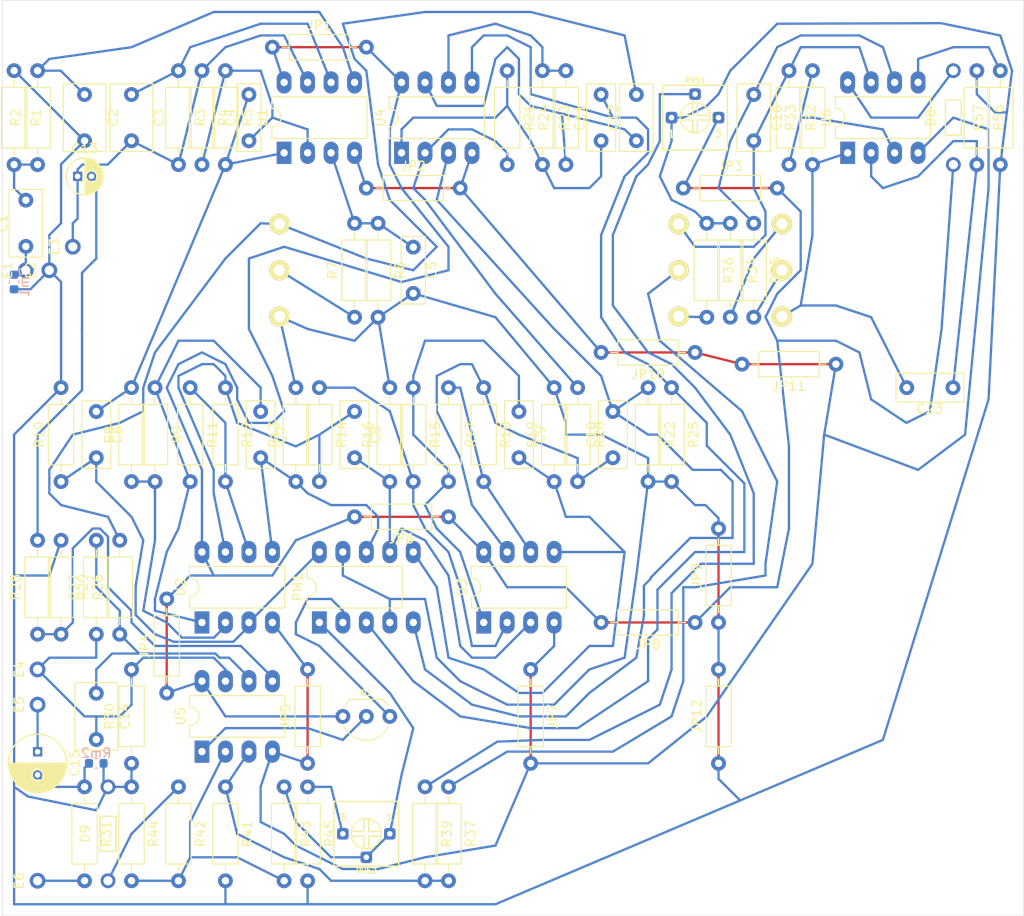
<source format=kicad_pcb>
(kicad_pcb (version 20171130) (host pcbnew "(5.1.4)-1")
  (layers (0 F.Cu signal) (31 B.Cu signal) (34 B.Paste user) (35 F.Paste user) (36 B.SilkS user) (37 F.SilkS user hide) (38 B.Mask user) (39 F.Mask user) (44 Edge.Cuts user))
  (net 0 "")
  (net 1 "Net-(C1-Pad2)")
  (net 2 SEND)
  (net 3 "Net-(C2-Pad1)")
  (net 4 GND)
  (net 5 "Net-(C13-Pad1)")
  (net 6 "Net-(C3-Pad1)")
  (net 7 PHASER_IN)
  (net 8 "Net-(C4-Pad1)")
  (net 9 "Net-(C5-Pad1)")
  (net 10 "Net-(C6-Pad2)")
  (net 11 "Net-(C7-Pad2)")
  (net 12 "Net-(C7-Pad1)")
  (net 13 "Net-(C8-Pad2)")
  (net 14 "Net-(C8-Pad1)")
  (net 15 "Net-(C9-Pad2)")
  (net 16 "Net-(C9-Pad1)")
  (net 17 "Net-(C10-Pad2)")
  (net 18 "Net-(C10-Pad1)")
  (net 19 "Net-(C11-Pad2)")
  (net 20 "Net-(C11-Pad1)")
  (net 21 "Net-(C12-Pad2)")
  (net 22 PHASER_OUT)
  (net 23 "Net-(C13-Pad2)")
  (net 24 "Net-(C14-Pad2)")
  (net 25 "Net-(C14-Pad1)")
  (net 26 "Net-(C15-Pad2)")
  (net 27 "Net-(C16-Pad2)")
  (net 28 "Net-(C16-Pad1)")
  (net 29 "Net-(C23-Pad2)")
  (net 30 "Net-(C23-Pad1)")
  (net 31 "Net-(D8-Pad2)")
  (net 32 VCC)
  (net 33 "Net-(D9-Pad1)")
  (net 34 "Net-(R7-Pad1)")
  (net 35 "Net-(R8-Pad1)")
  (net 36 "Net-(R11-Pad1)")
  (net 37 "Net-(R14-Pad1)")
  (net 38 "Net-(R17-Pad1)")
  (net 39 "Net-(R20-Pad1)")
  (net 40 "Net-(R23-Pad1)")
  (net 41 "Net-(R28-Pad1)")
  (net 42 RETURN)
  (net 43 "Net-(R32-Pad2)")
  (net 44 "Net-(R34-Pad2)")
  (net 45 "Net-(R35-Pad2)")
  (net 46 "Net-(R36-Pad2)")
  (net 47 "Net-(R37-Pad2)")
  (net 48 "Net-(R37-Pad1)")
  (net 49 "Net-(R39-Pad1)")
  (net 50 "Net-(R42-Pad2)")
  (net 51 "Net-(R45-Pad1)")
  (net 52 "Net-(R57-Pad2)")
  (net 53 VSS)
  (net 54 "Net-(PM1-Pad2)")
  (net 55 "Net-(Q1-Pad2)")
  (net 56 "Net-(PM1-Pad1)")
  (net 57 "Net-(C15-Pad1)")
  (net 58 "Net-(RV53-Pad2)")
  (module Connectors_Wire_Pads_THT:Wire_Pad_1x01 (layer F.Cu) (at 74.93 116.84)
    (fp_text reference E6 (at -2 0 90) (layer F.SilkS))
    (fp_text value Output)
    (pad 1 thru_hole circle (at 0 0) (size 1.7 1.7) (drill 1) (layers *.Cu *.Mask) (net 42 RETURN))
  )
  (module Connectors_Wire_Pads_THT:Wire_Pad_1x01 (layer F.Cu) (at 74.93 97.79)
    (fp_text reference E5 (at -2 0 90) (layer F.SilkS))
    (fp_text value SW_COM)
    (pad 1 thru_hole circle (at 0 0) (size 1.7 1.7) (drill 1) (layers *.Cu *.Mask) (net 57 "Net-(C15-Pad1)"))
  )
  (module Connectors_Wire_Pads_THT:Wire_Pad_1x01 (layer F.Cu) (at 74.93 93.98)
    (fp_text reference E4 (at -2 0 90) (layer F.SilkS))
    (fp_text value SW_NC)
    (pad 1 thru_hole circle (at 0 0) (size 1.7 1.7) (drill 1) (layers *.Cu *.Mask) (net 24 "Net-(C14-Pad2)"))
  )
  (module Connectors_Wire_Pads_THT:Wire_Pad_1x01 (layer F.Cu) (at 78.74 48.26)
    (fp_text reference E3 (at -2 0 90) (layer F.SilkS))
    (fp_text value SW_NO)
    (pad 1 thru_hole circle (at 0 0) (size 1.7 1.7) (drill 1) (layers *.Cu *.Mask) (net 5 "Net-(C13-Pad1)"))
  )
  (module Connectors_Wire_Pads_THT:Wire_Pad_1x01 (layer F.Cu) (at 76.2 50.8)
    (fp_text reference E2 (at -2 0 90) (layer F.SilkS))
    (fp_text value Ground)
    (pad 1 thru_hole circle (at 0 0) (size 1.7 1.7) (drill 1) (layers *.Cu *.Mask) (net 4 GND))
  )
  (module Connectors_Wire_Pads_THT:Wire_Pad_1x01 (layer F.Cu) (at 73.66 50.8)
    (fp_text reference E1 (at -2 0 90) (layer F.SilkS))
    (fp_text value Input)
    (pad 1 thru_hole circle (at 0 0) (size 1.7 1.7) (drill 1) (layers *.Cu *.Mask) (net 2 SEND))
  )
  (module Capacitors_Electrolytic_THT:10uF_50V_6.3x5x2.5_UMA1H100MDD (layer F.Cu) (at 74.93 104.14 270)
    (fp_text reference C15 (at 0 -4 90) (layer F.SilkS))
    (fp_text value 10u)
    (pad 2 thru_hole circle (at 1.25 0 270) (size 1 1) (drill 0.6) (layers *.Cu *.Mask) (net 26 "Net-(C15-Pad2)"))
    (pad 1 thru_hole rect (at -1.25 0 270) (size 1 1) (drill 0.6) (layers *.Cu *.Mask) (net 57 "Net-(C15-Pad1)"))
  )
  (module Capacitors_Electrolytic_THT:1.0uF_50V_4x5x1.5_UMA1H010MDD (layer F.Cu) (at 80.01 40.64)
    (fp_text reference C13 (at 0 -3) (layer F.SilkS))
    (fp_text value 1u)
    (pad 2 thru_hole circle (at 0.75 0) (size 1 1) (drill 0.6) (layers *.Cu *.Mask) (net 23 "Net-(C13-Pad2)"))
    (pad 1 thru_hole rect (at -0.75 0) (size 1 1) (drill 0.6) (layers *.Cu *.Mask) (net 5 "Net-(C13-Pad1)"))
  )
  (module Transistors_BJT_THT:ON_Semi_2N3904TAR (layer F.Cu) (at 110.49 99.06 180)
    (fp_text reference Q1 (at 0 2.54) (layer F.SilkS) (effects (font (size 0.6 0.6) (thickness 0.127))))
    (fp_text value ON_Semi_2N3904TAR)
    (pad 1 thru_hole circle (at -2.54 0 270) (size 1.6 1.6) (drill 0.8) (layers *.Cu *.Mask) (net 54 "Net-(PM1-Pad2)"))
    (pad 3 thru_hole circle (at 2.54 0 270) (size 1.6 1.6) (drill 0.8) (layers *.Cu *.Mask) (net 32 VCC))
    (pad 2 thru_hole circle (at 0 0 270) (size 1.6 1.6) (drill 0.8) (layers *.Cu *.Mask) (net 55 "Net-(Q1-Pad2)"))
  )
  (module Potentiometers_Trimmers_THT:Bourns_3362P-1-104 (layer F.Cu) (at 110.49 111.76 180)
    (fp_text reference RV52 (at 0 -4) (layer F.SilkS) (effects (font (size 0.6 0.6) (thickness 0.127))))
    (fp_text value 1k)
    (fp_text user 3 (at 2.54 1.778) (layer F.SilkS) (effects (font (size 0.75 0.75))))
    (fp_text user 1 (at -2.54 1.778) (layer F.SilkS) (effects (font (size 0.75 0.75))))
    (pad 2 thru_hole roundrect (at 0 -2.54 180) (size 1.25 1.25) (drill 0.6) (layers *.Cu *.Mask) (net 56 "Net-(PM1-Pad1)"))
    (pad 1 thru_hole roundrect (at -2.54 0 180) (size 1.25 1.25) (drill 0.6) (layers *.Cu *.Mask) (net 56 "Net-(PM1-Pad1)"))
    (pad 3 thru_hole roundrect (at 2.54 0 180) (size 1.25 1.25) (drill 0.6) (layers *.Cu *.Mask) (net 51 "Net-(R45-Pad1)"))
  )
  (module Potentiometers_Trimmers_THT:Bourns_3362P-1-104 (layer F.Cu) (at 146.05 34.29)
    (fp_text reference RV51 (at 0 -4) (layer F.SilkS) (effects (font (size 0.6 0.6) (thickness 0.127))))
    (fp_text value 10k)
    (fp_text user 3 (at 2.54 1.778) (layer F.SilkS) (effects (font (size 0.75 0.75))))
    (fp_text user 1 (at -2.54 1.778) (layer F.SilkS) (effects (font (size 0.75 0.75))))
    (pad 2 thru_hole roundrect (at 0 -2.54) (size 1.25 1.25) (drill 0.6) (layers *.Cu *.Mask) (net 49 "Net-(R39-Pad1)"))
    (pad 1 thru_hole roundrect (at -2.54 0) (size 1.25 1.25) (drill 0.6) (layers *.Cu *.Mask) (net 4 GND))
    (pad 3 thru_hole roundrect (at 2.54 0) (size 1.25 1.25) (drill 0.6) (layers *.Cu *.Mask) (net 32 VCC))
  )
  (module Resistors_THT:R_CF25_P10.16_H (layer F.Cu) (at 148.59 99.06 90)
    (fp_text reference JP12 (at 0 -2.37 90) (layer F.SilkS))
    (fp_text value 0R)
    (pad 2 thru_hole oval (at 5.08 0 90) (size 1.6 1.6) (drill 0.8) (layers *.Cu *.Mask) (net 4 GND))
    (pad 1 thru_hole circle (at -5.08 0 90) (size 1.6 1.6) (drill 0.8) (layers *.Cu *.Mask) (net 4 GND))
  )
  (module Resistors_THT:R_CF25_P10.16_H (layer F.Cu) (at 156.21 60.96 180)
    (fp_text reference JP11 (at 0 -2.37) (layer F.SilkS))
    (fp_text value 0R)
    (pad 2 thru_hole oval (at 5.08 0 180) (size 1.6 1.6) (drill 0.8) (layers *.Cu *.Mask) (net 53 VSS))
    (pad 1 thru_hole circle (at -5.08 0 180) (size 1.6 1.6) (drill 0.8) (layers *.Cu *.Mask) (net 53 VSS))
  )
  (module Resistors_THT:R_CF25_P10.16_H (layer F.Cu) (at 140.97 59.69 180)
    (fp_text reference JP10 (at 0 -2.37) (layer F.SilkS))
    (fp_text value 0R)
    (pad 2 thru_hole oval (at 5.08 0 180) (size 1.6 1.6) (drill 0.8) (layers *.Cu *.Mask) (net 53 VSS))
    (pad 1 thru_hole circle (at -5.08 0 180) (size 1.6 1.6) (drill 0.8) (layers *.Cu *.Mask) (net 53 VSS))
  )
  (module Resistors_THT:R_CF25_P10.16_H (layer F.Cu) (at 148.59 83.82 90)
    (fp_text reference JP9 (at 0 -2.37 90) (layer F.SilkS))
    (fp_text value 0R)
    (pad 2 thru_hole oval (at 5.08 0 90) (size 1.6 1.6) (drill 0.8) (layers *.Cu *.Mask) (net 4 GND))
    (pad 1 thru_hole circle (at -5.08 0 90) (size 1.6 1.6) (drill 0.8) (layers *.Cu *.Mask) (net 4 GND))
  )
  (module Resistors_THT:R_CF25_P10.16_H (layer F.Cu) (at 140.97 88.9 180)
    (fp_text reference JP8 (at 0 -2.37) (layer F.SilkS))
    (fp_text value 0R)
    (pad 2 thru_hole oval (at 5.08 0 180) (size 1.6 1.6) (drill 0.8) (layers *.Cu *.Mask) (net 32 VCC))
    (pad 1 thru_hole circle (at -5.08 0 180) (size 1.6 1.6) (drill 0.8) (layers *.Cu *.Mask) (net 32 VCC))
  )
  (module Resistors_THT:R_CF25_P10.16_H (layer F.Cu) (at 128.27 99.06 270)
    (fp_text reference JP7 (at 0 -2.37 90) (layer F.SilkS))
    (fp_text value 0R)
    (pad 2 thru_hole oval (at 5.08 0 270) (size 1.6 1.6) (drill 0.8) (layers *.Cu *.Mask) (net 53 VSS))
    (pad 1 thru_hole circle (at -5.08 0 270) (size 1.6 1.6) (drill 0.8) (layers *.Cu *.Mask) (net 53 VSS))
  )
  (module Resistors_THT:R_CF25_P10.16_H (layer F.Cu) (at 114.3 77.47 180)
    (fp_text reference JP6 (at 0 -2.37) (layer F.SilkS))
    (fp_text value 0R)
    (pad 2 thru_hole oval (at 5.08 0 180) (size 1.6 1.6) (drill 0.8) (layers *.Cu *.Mask) (net 32 VCC))
    (pad 1 thru_hole circle (at -5.08 0 180) (size 1.6 1.6) (drill 0.8) (layers *.Cu *.Mask) (net 32 VCC))
  )
  (module Resistors_THT:R_CF25_P10.16_H (layer F.Cu) (at 104.14 99.06 90)
    (fp_text reference JP5 (at 0 -2.37 90) (layer F.SilkS))
    (fp_text value 0R)
    (pad 2 thru_hole oval (at 5.08 0 90) (size 1.6 1.6) (drill 0.8) (layers *.Cu *.Mask) (net 53 VSS))
    (pad 1 thru_hole circle (at -5.08 0 90) (size 1.6 1.6) (drill 0.8) (layers *.Cu *.Mask) (net 53 VSS))
  )
  (module Resistors_THT:R_CF25_P10.16_H (layer F.Cu) (at 88.9 91.44 90)
    (fp_text reference JP4 (at 0 -2.37 90) (layer F.SilkS))
    (fp_text value 0R)
    (pad 2 thru_hole oval (at 5.08 0 90) (size 1.6 1.6) (drill 0.8) (layers *.Cu *.Mask) (net 32 VCC))
    (pad 1 thru_hole circle (at -5.08 0 90) (size 1.6 1.6) (drill 0.8) (layers *.Cu *.Mask) (net 32 VCC))
  )
  (module Resistors_THT:R_CF25_P10.16_H (layer F.Cu) (at 149.86 41.91)
    (fp_text reference JP3 (at 0 -2.37) (layer F.SilkS))
    (fp_text value 0R)
    (pad 2 thru_hole oval (at 5.08 0) (size 1.6 1.6) (drill 0.8) (layers *.Cu *.Mask) (net 32 VCC))
    (pad 1 thru_hole circle (at -5.08 0) (size 1.6 1.6) (drill 0.8) (layers *.Cu *.Mask) (net 32 VCC))
  )
  (module Resistors_THT:R_CF25_P10.16_H (layer F.Cu) (at 115.57 41.91)
    (fp_text reference JP2 (at 0 -2.37) (layer F.SilkS))
    (fp_text value 0R)
    (pad 2 thru_hole oval (at 5.08 0) (size 1.6 1.6) (drill 0.8) (layers *.Cu *.Mask) (net 53 VSS))
    (pad 1 thru_hole circle (at -5.08 0) (size 1.6 1.6) (drill 0.8) (layers *.Cu *.Mask) (net 53 VSS))
  )
  (module Resistors_THT:R_CF25_P10.16_H (layer F.Cu) (at 105.41 26.67)
    (fp_text reference JP1 (at 0 -2.37) (layer F.SilkS))
    (fp_text value 0R)
    (pad 2 thru_hole oval (at 5.08 0) (size 1.6 1.6) (drill 0.8) (layers *.Cu *.Mask) (net 32 VCC))
    (pad 1 thru_hole circle (at -5.08 0) (size 1.6 1.6) (drill 0.8) (layers *.Cu *.Mask) (net 32 VCC))
  )
  (module Resistors_THT:R_CC25_P10.16_H (layer F.Cu) (at 179.07 34.29 90)
    (fp_text reference R57 (at 0 -2.37 90) (layer F.SilkS))
    (fp_text value 27k)
    (pad 2 thru_hole oval (at 5.08 0 90) (size 1.6 1.6) (drill 0.8) (layers *.Cu *.Mask) (net 52 "Net-(R57-Pad2)"))
    (pad 1 thru_hole circle (at -5.08 0 90) (size 1.6 1.6) (drill 0.8) (layers *.Cu *.Mask) (net 4 GND))
  )
  (module Resistors_THT:R_CC25_P10.16_H (layer F.Cu) (at 176.53 34.29 270)
    (fp_text reference R56 (at 0 -2.37 90) (layer F.SilkS))
    (fp_text value 100k)
    (pad 2 thru_hole oval (at 5.08 0 270) (size 1.6 1.6) (drill 0.8) (layers *.Cu *.Mask) (net 30 "Net-(C23-Pad1)"))
    (pad 1 thru_hole circle (at -5.08 0 270) (size 1.6 1.6) (drill 0.8) (layers *.Cu *.Mask) (net 4 GND))
  )
  (module Resistors_THT:R_CC25_P10.16_H (layer F.Cu) (at 104.14 111.76 270)
    (fp_text reference R45 (at 0 -2.37 90) (layer F.SilkS))
    (fp_text value 220R)
    (pad 2 thru_hole oval (at 5.08 0 270) (size 1.6 1.6) (drill 0.8) (layers *.Cu *.Mask) (net 4 GND))
    (pad 1 thru_hole circle (at -5.08 0 270) (size 1.6 1.6) (drill 0.8) (layers *.Cu *.Mask) (net 51 "Net-(R45-Pad1)"))
  )
  (module Resistors_THT:R_CC25_P10.16_H (layer F.Cu) (at 85.09 111.76 270)
    (fp_text reference R44 (at 0 -2.37 90) (layer F.SilkS))
    (fp_text value 68k)
    (pad 2 thru_hole oval (at 5.08 0 270) (size 1.6 1.6) (drill 0.8) (layers *.Cu *.Mask) (net 50 "Net-(R42-Pad2)"))
    (pad 1 thru_hole circle (at -5.08 0 270) (size 1.6 1.6) (drill 0.8) (layers *.Cu *.Mask) (net 4 GND))
  )
  (module Resistors_THT:R_CC25_P10.16_H (layer F.Cu) (at 101.6 111.76 270)
    (fp_text reference R43 (at 0 -2.37 90) (layer F.SilkS))
    (fp_text value 220k)
    (pad 2 thru_hole oval (at 5.08 0 270) (size 1.6 1.6) (drill 0.8) (layers *.Cu *.Mask) (net 50 "Net-(R42-Pad2)"))
    (pad 1 thru_hole circle (at -5.08 0 270) (size 1.6 1.6) (drill 0.8) (layers *.Cu *.Mask) (net 56 "Net-(PM1-Pad1)"))
  )
  (module Resistors_THT:R_CC25_P10.16_H (layer F.Cu) (at 90.17 111.76 270)
    (fp_text reference R42 (at 0 -2.37 90) (layer F.SilkS))
    (fp_text value 10k)
    (pad 2 thru_hole oval (at 5.08 0 270) (size 1.6 1.6) (drill 0.8) (layers *.Cu *.Mask) (net 50 "Net-(R42-Pad2)"))
    (pad 1 thru_hole circle (at -5.08 0 270) (size 1.6 1.6) (drill 0.8) (layers *.Cu *.Mask) (net 33 "Net-(D9-Pad1)"))
  )
  (module Resistors_THT:R_CC25_P10.16_H (layer F.Cu) (at 95.25 111.76 270)
    (fp_text reference R41 (at 0 -2.37 90) (layer F.SilkS))
    (fp_text value 3k3)
    (pad 2 thru_hole oval (at 5.08 0 270) (size 1.6 1.6) (drill 0.8) (layers *.Cu *.Mask) (net 4 GND))
    (pad 1 thru_hole circle (at -5.08 0 270) (size 1.6 1.6) (drill 0.8) (layers *.Cu *.Mask) (net 47 "Net-(R37-Pad2)"))
  )
  (module Resistors_THT:R_CC25_P10.16_H (layer F.Cu) (at 116.84 111.76 270)
    (fp_text reference R39 (at 0 -2.37 90) (layer F.SilkS))
    (fp_text value 47k)
    (pad 2 thru_hole oval (at 5.08 0 270) (size 1.6 1.6) (drill 0.8) (layers *.Cu *.Mask) (net 47 "Net-(R37-Pad2)"))
    (pad 1 thru_hole circle (at -5.08 0 270) (size 1.6 1.6) (drill 0.8) (layers *.Cu *.Mask) (net 49 "Net-(R39-Pad1)"))
  )
  (module Resistors_THT:R_CC25_P10.16_H (layer F.Cu) (at 119.38 111.76 270)
    (fp_text reference R37 (at 0 -2.37 90) (layer F.SilkS))
    (fp_text value 82k)
    (pad 2 thru_hole oval (at 5.08 0 270) (size 1.6 1.6) (drill 0.8) (layers *.Cu *.Mask) (net 47 "Net-(R37-Pad2)"))
    (pad 1 thru_hole circle (at -5.08 0 270) (size 1.6 1.6) (drill 0.8) (layers *.Cu *.Mask) (net 48 "Net-(R37-Pad1)"))
  )
  (module Resistors_THT:R_CC25_P10.16_H (layer F.Cu) (at 147.32 50.8 270)
    (fp_text reference R36 (at 0 -2.37 90) (layer F.SilkS))
    (fp_text value 560R)
    (pad 2 thru_hole oval (at 5.08 0 270) (size 1.6 1.6) (drill 0.8) (layers *.Cu *.Mask) (net 46 "Net-(R36-Pad2)"))
    (pad 1 thru_hole circle (at -5.08 0 270) (size 1.6 1.6) (drill 0.8) (layers *.Cu *.Mask) (net 4 GND))
  )
  (module Resistors_THT:R_CC25_P10.16_H (layer F.Cu) (at 152.4 50.8 270)
    (fp_text reference R35 (at 0 -2.37 90) (layer F.SilkS))
    (fp_text value 27k)
    (pad 2 thru_hole oval (at 5.08 0 270) (size 1.6 1.6) (drill 0.8) (layers *.Cu *.Mask) (net 45 "Net-(R35-Pad2)"))
    (pad 1 thru_hole circle (at -5.08 0 270) (size 1.6 1.6) (drill 0.8) (layers *.Cu *.Mask) (net 28 "Net-(C16-Pad1)"))
  )
  (module Resistors_THT:R_CC25_P10.16_H (layer F.Cu) (at 149.86 50.8 270)
    (fp_text reference R34 (at 0 -2.37 90) (layer F.SilkS))
    (fp_text value 82R)
    (pad 2 thru_hole oval (at 5.08 0 270) (size 1.6 1.6) (drill 0.8) (layers *.Cu *.Mask) (net 44 "Net-(R34-Pad2)"))
    (pad 1 thru_hole circle (at -5.08 0 270) (size 1.6 1.6) (drill 0.8) (layers *.Cu *.Mask) (net 4 GND))
  )
  (module Resistors_THT:R_CC25_P10.16_H (layer F.Cu) (at 158.75 34.29 90)
    (fp_text reference R33 (at 0 -2.37 90) (layer F.SilkS))
    (fp_text value 56k)
    (pad 2 thru_hole oval (at 5.08 0 90) (size 1.6 1.6) (drill 0.8) (layers *.Cu *.Mask) (net 43 "Net-(R32-Pad2)"))
    (pad 1 thru_hole circle (at -5.08 0 90) (size 1.6 1.6) (drill 0.8) (layers *.Cu *.Mask) (net 29 "Net-(C23-Pad2)"))
  )
  (module Resistors_THT:R_CC25_P10.16_H (layer F.Cu) (at 156.21 34.29 270)
    (fp_text reference R32 (at 0 -2.37 90) (layer F.SilkS))
    (fp_text value 47k)
    (pad 2 thru_hole oval (at 5.08 0 270) (size 1.6 1.6) (drill 0.8) (layers *.Cu *.Mask) (net 43 "Net-(R32-Pad2)"))
    (pad 1 thru_hole circle (at -5.08 0 270) (size 1.6 1.6) (drill 0.8) (layers *.Cu *.Mask) (net 27 "Net-(C16-Pad2)"))
  )
  (module Resistors_THT:R_CC25_P10.16_H (layer F.Cu) (at 80.01 111.76 270)
    (fp_text reference R31 (at 0 -2.37 90) (layer F.SilkS))
    (fp_text value 560R)
    (pad 2 thru_hole oval (at 5.08 0 270) (size 1.6 1.6) (drill 0.8) (layers *.Cu *.Mask) (net 42 RETURN))
    (pad 1 thru_hole circle (at -5.08 0 270) (size 1.6 1.6) (drill 0.8) (layers *.Cu *.Mask) (net 26 "Net-(C15-Pad2)"))
  )
  (module Resistors_THT:R_CC25_P10.16_H (layer F.Cu) (at 85.09 99.06 90)
    (fp_text reference R30 (at 0 -2.37 90) (layer F.SilkS))
    (fp_text value 27k)
    (pad 2 thru_hole oval (at 5.08 0 90) (size 1.6 1.6) (drill 0.8) (layers *.Cu *.Mask) (net 24 "Net-(C14-Pad2)"))
    (pad 1 thru_hole circle (at -5.08 0 90) (size 1.6 1.6) (drill 0.8) (layers *.Cu *.Mask) (net 4 GND))
  )
  (module Resistors_THT:R_CC25_P10.16_H (layer F.Cu) (at 77.47 85.09 270)
    (fp_text reference R29 (at 0 -2.37 90) (layer F.SilkS))
    (fp_text value 8k2)
    (pad 2 thru_hole oval (at 5.08 0 270) (size 1.6 1.6) (drill 0.8) (layers *.Cu *.Mask) (net 41 "Net-(R28-Pad1)"))
    (pad 1 thru_hole circle (at -5.08 0 270) (size 1.6 1.6) (drill 0.8) (layers *.Cu *.Mask) (net 4 GND))
  )
  (module Resistors_THT:R_CC25_P10.16_H (layer F.Cu) (at 74.93 85.09 90)
    (fp_text reference R28 (at 0 -2.37 90) (layer F.SilkS))
    (fp_text value 10k)
    (pad 2 thru_hole oval (at 5.08 0 90) (size 1.6 1.6) (drill 0.8) (layers *.Cu *.Mask) (net 23 "Net-(C13-Pad2)"))
    (pad 1 thru_hole circle (at -5.08 0 90) (size 1.6 1.6) (drill 0.8) (layers *.Cu *.Mask) (net 41 "Net-(R28-Pad1)"))
  )
  (module Resistors_THT:R_CC25_P10.16_H (layer F.Cu) (at 81.28 85.09 90)
    (fp_text reference R27 (at 0 -2.37 90) (layer F.SilkS))
    (fp_text value 8k2)
    (pad 2 thru_hole oval (at 5.08 0 90) (size 1.6 1.6) (drill 0.8) (layers *.Cu *.Mask) (net 25 "Net-(C14-Pad1)"))
    (pad 1 thru_hole circle (at -5.08 0 90) (size 1.6 1.6) (drill 0.8) (layers *.Cu *.Mask) (net 24 "Net-(C14-Pad2)"))
  )
  (module Resistors_THT:R_CC25_P10.16_H (layer F.Cu) (at 83.82 85.09 90)
    (fp_text reference R26 (at 0 -2.37 90) (layer F.SilkS))
    (fp_text value 10k)
    (pad 2 thru_hole oval (at 5.08 0 90) (size 1.6 1.6) (drill 0.8) (layers *.Cu *.Mask) (net 21 "Net-(C12-Pad2)"))
    (pad 1 thru_hole circle (at -5.08 0 90) (size 1.6 1.6) (drill 0.8) (layers *.Cu *.Mask) (net 25 "Net-(C14-Pad1)"))
  )
  (module Resistors_THT:R_CC25_P10.16_H (layer F.Cu) (at 143.51 68.58 270)
    (fp_text reference R25 (at 0 -2.37 90) (layer F.SilkS))
    (fp_text value 220k)
    (pad 2 thru_hole oval (at 5.08 0 270) (size 1.6 1.6) (drill 0.8) (layers *.Cu *.Mask) (net 4 GND))
    (pad 1 thru_hole circle (at -5.08 0 270) (size 1.6 1.6) (drill 0.8) (layers *.Cu *.Mask) (net 19 "Net-(C11-Pad2)"))
  )
  (module Resistors_THT:R_CC25_P10.16_H (layer F.Cu) (at 132.08 34.29 90)
    (fp_text reference R24 (at 0 -2.37 90) (layer F.SilkS))
    (fp_text value 4k7)
    (pad 2 thru_hole oval (at 5.08 0 90) (size 1.6 1.6) (drill 0.8) (layers *.Cu *.Mask) (net 40 "Net-(R23-Pad1)"))
    (pad 1 thru_hole circle (at -5.08 0 90) (size 1.6 1.6) (drill 0.8) (layers *.Cu *.Mask) (net 22 PHASER_OUT))
  )
  (module Resistors_THT:R_CC25_P10.16_H (layer F.Cu) (at 129.54 34.29 270)
    (fp_text reference R23 (at 0 -2.37 90) (layer F.SilkS))
    (fp_text value 4k7)
    (pad 2 thru_hole oval (at 5.08 0 270) (size 1.6 1.6) (drill 0.8) (layers *.Cu *.Mask) (net 20 "Net-(C11-Pad1)"))
    (pad 1 thru_hole circle (at -5.08 0 270) (size 1.6 1.6) (drill 0.8) (layers *.Cu *.Mask) (net 40 "Net-(R23-Pad1)"))
  )
  (module Resistors_THT:R_CC25_P10.16_H (layer F.Cu) (at 140.97 68.58 270)
    (fp_text reference R22 (at 0 -2.37 90) (layer F.SilkS))
    (fp_text value 220k)
    (pad 2 thru_hole oval (at 5.08 0 270) (size 1.6 1.6) (drill 0.8) (layers *.Cu *.Mask) (net 4 GND))
    (pad 1 thru_hole circle (at -5.08 0 270) (size 1.6 1.6) (drill 0.8) (layers *.Cu *.Mask) (net 17 "Net-(C10-Pad2)"))
  )
  (module Resistors_THT:R_CC25_P10.16_H (layer F.Cu) (at 125.73 34.29 270)
    (fp_text reference R21 (at 0 -2.37 90) (layer F.SilkS))
    (fp_text value 4k7)
    (pad 2 thru_hole oval (at 5.08 0 270) (size 1.6 1.6) (drill 0.8) (layers *.Cu *.Mask) (net 39 "Net-(R20-Pad1)"))
    (pad 1 thru_hole circle (at -5.08 0 270) (size 1.6 1.6) (drill 0.8) (layers *.Cu *.Mask) (net 20 "Net-(C11-Pad1)"))
  )
  (module Resistors_THT:R_CC25_P10.16_H (layer F.Cu) (at 133.35 68.58 270)
    (fp_text reference R20 (at 0 -2.37 90) (layer F.SilkS))
    (fp_text value 4k7)
    (pad 2 thru_hole oval (at 5.08 0 270) (size 1.6 1.6) (drill 0.8) (layers *.Cu *.Mask) (net 18 "Net-(C10-Pad1)"))
    (pad 1 thru_hole circle (at -5.08 0 270) (size 1.6 1.6) (drill 0.8) (layers *.Cu *.Mask) (net 39 "Net-(R20-Pad1)"))
  )
  (module Resistors_THT:R_CC25_P10.16_H (layer F.Cu) (at 130.81 68.58 90)
    (fp_text reference R19 (at 0 -2.37 90) (layer F.SilkS))
    (fp_text value 220k)
    (pad 2 thru_hole oval (at 5.08 0 90) (size 1.6 1.6) (drill 0.8) (layers *.Cu *.Mask) (net 4 GND))
    (pad 1 thru_hole circle (at -5.08 0 90) (size 1.6 1.6) (drill 0.8) (layers *.Cu *.Mask) (net 15 "Net-(C9-Pad2)"))
  )
  (module Resistors_THT:R_CC25_P10.16_H (layer F.Cu) (at 123.19 68.58 270)
    (fp_text reference R18 (at 0 -2.37 90) (layer F.SilkS))
    (fp_text value 4k7)
    (pad 2 thru_hole oval (at 5.08 0 270) (size 1.6 1.6) (drill 0.8) (layers *.Cu *.Mask) (net 38 "Net-(R17-Pad1)"))
    (pad 1 thru_hole circle (at -5.08 0 270) (size 1.6 1.6) (drill 0.8) (layers *.Cu *.Mask) (net 18 "Net-(C10-Pad1)"))
  )
  (module Resistors_THT:R_CC25_P10.16_H (layer F.Cu) (at 119.38 68.58 270)
    (fp_text reference R17 (at 0 -2.37 90) (layer F.SilkS))
    (fp_text value 4k7)
    (pad 2 thru_hole oval (at 5.08 0 270) (size 1.6 1.6) (drill 0.8) (layers *.Cu *.Mask) (net 16 "Net-(C9-Pad1)"))
    (pad 1 thru_hole circle (at -5.08 0 270) (size 1.6 1.6) (drill 0.8) (layers *.Cu *.Mask) (net 38 "Net-(R17-Pad1)"))
  )
  (module Resistors_THT:R_CC25_P10.16_H (layer F.Cu) (at 113.03 68.58 90)
    (fp_text reference R16 (at 0 -2.37 90) (layer F.SilkS))
    (fp_text value 220k)
    (pad 2 thru_hole oval (at 5.08 0 90) (size 1.6 1.6) (drill 0.8) (layers *.Cu *.Mask) (net 4 GND))
    (pad 1 thru_hole circle (at -5.08 0 90) (size 1.6 1.6) (drill 0.8) (layers *.Cu *.Mask) (net 13 "Net-(C8-Pad2)"))
  )
  (module Resistors_THT:R_CC25_P10.16_H (layer F.Cu) (at 115.57 68.58 270)
    (fp_text reference R15 (at 0 -2.37 90) (layer F.SilkS))
    (fp_text value 4k7)
    (pad 2 thru_hole oval (at 5.08 0 270) (size 1.6 1.6) (drill 0.8) (layers *.Cu *.Mask) (net 37 "Net-(R14-Pad1)"))
    (pad 1 thru_hole circle (at -5.08 0 270) (size 1.6 1.6) (drill 0.8) (layers *.Cu *.Mask) (net 16 "Net-(C9-Pad1)"))
  )
  (module Resistors_THT:R_CC25_P10.16_H (layer F.Cu) (at 105.41 68.58 270)
    (fp_text reference R14 (at 0 -2.37 90) (layer F.SilkS))
    (fp_text value 4k7)
    (pad 2 thru_hole oval (at 5.08 0 270) (size 1.6 1.6) (drill 0.8) (layers *.Cu *.Mask) (net 14 "Net-(C8-Pad1)"))
    (pad 1 thru_hole circle (at -5.08 0 270) (size 1.6 1.6) (drill 0.8) (layers *.Cu *.Mask) (net 37 "Net-(R14-Pad1)"))
  )
  (module Resistors_THT:R_CC25_P10.16_H (layer F.Cu) (at 102.87 68.58 90)
    (fp_text reference R13 (at 0 -2.37 90) (layer F.SilkS))
    (fp_text value 220k)
    (pad 2 thru_hole oval (at 5.08 0 90) (size 1.6 1.6) (drill 0.8) (layers *.Cu *.Mask) (net 4 GND))
    (pad 1 thru_hole circle (at -5.08 0 90) (size 1.6 1.6) (drill 0.8) (layers *.Cu *.Mask) (net 11 "Net-(C7-Pad2)"))
  )
  (module Resistors_THT:R_CC25_P10.16_H (layer F.Cu) (at 95.25 68.58 270)
    (fp_text reference R12 (at 0 -2.37 90) (layer F.SilkS))
    (fp_text value 4k7)
    (pad 2 thru_hole oval (at 5.08 0 270) (size 1.6 1.6) (drill 0.8) (layers *.Cu *.Mask) (net 36 "Net-(R11-Pad1)"))
    (pad 1 thru_hole circle (at -5.08 0 270) (size 1.6 1.6) (drill 0.8) (layers *.Cu *.Mask) (net 14 "Net-(C8-Pad1)"))
  )
  (module Resistors_THT:R_CC25_P10.16_H (layer F.Cu) (at 91.44 68.58 270)
    (fp_text reference R11 (at 0 -2.37 90) (layer F.SilkS))
    (fp_text value 4k7)
    (pad 2 thru_hole oval (at 5.08 0 270) (size 1.6 1.6) (drill 0.8) (layers *.Cu *.Mask) (net 12 "Net-(C7-Pad1)"))
    (pad 1 thru_hole circle (at -5.08 0 270) (size 1.6 1.6) (drill 0.8) (layers *.Cu *.Mask) (net 36 "Net-(R11-Pad1)"))
  )
  (module Resistors_THT:R_CC25_P10.16_H (layer F.Cu) (at 77.47 68.58 90)
    (fp_text reference R10 (at 0 -2.37 90) (layer F.SilkS))
    (fp_text value 220k)
    (pad 2 thru_hole oval (at 5.08 0 90) (size 1.6 1.6) (drill 0.8) (layers *.Cu *.Mask) (net 4 GND))
    (pad 1 thru_hole circle (at -5.08 0 90) (size 1.6 1.6) (drill 0.8) (layers *.Cu *.Mask) (net 10 "Net-(C6-Pad2)"))
  )
  (module Resistors_THT:R_CC25_P10.16_H (layer F.Cu) (at 87.63 68.58 270)
    (fp_text reference R9 (at 0 -2.37 90) (layer F.SilkS))
    (fp_text value 4k7)
    (pad 2 thru_hole oval (at 5.08 0 270) (size 1.6 1.6) (drill 0.8) (layers *.Cu *.Mask) (net 35 "Net-(R8-Pad1)"))
    (pad 1 thru_hole circle (at -5.08 0 270) (size 1.6 1.6) (drill 0.8) (layers *.Cu *.Mask) (net 12 "Net-(C7-Pad1)"))
  )
  (module Resistors_THT:R_CC25_P10.16_H (layer F.Cu) (at 85.09 68.58 90)
    (fp_text reference R8 (at 0 -2.37 90) (layer F.SilkS))
    (fp_text value 4k7)
    (pad 2 thru_hole oval (at 5.08 0 90) (size 1.6 1.6) (drill 0.8) (layers *.Cu *.Mask) (net 7 PHASER_IN))
    (pad 1 thru_hole circle (at -5.08 0 90) (size 1.6 1.6) (drill 0.8) (layers *.Cu *.Mask) (net 35 "Net-(R8-Pad1)"))
  )
  (module Resistors_THT:R_CC25_P10.16_H (layer F.Cu) (at 109.22 50.8 90)
    (fp_text reference R7 (at 0 -2.37 90) (layer F.SilkS))
    (fp_text value 8k2)
    (pad 2 thru_hole oval (at 5.08 0 90) (size 1.6 1.6) (drill 0.8) (layers *.Cu *.Mask) (net 9 "Net-(C5-Pad1)"))
    (pad 1 thru_hole circle (at -5.08 0 90) (size 1.6 1.6) (drill 0.8) (layers *.Cu *.Mask) (net 34 "Net-(R7-Pad1)"))
  )
  (module Resistors_THT:R_CC25_P10.16_H (layer F.Cu) (at 111.76 50.8 270)
    (fp_text reference R6 (at 0 -2.37 90) (layer F.SilkS))
    (fp_text value 4k7)
    (pad 2 thru_hole oval (at 5.08 0 270) (size 1.6 1.6) (drill 0.8) (layers *.Cu *.Mask) (net 4 GND))
    (pad 1 thru_hole circle (at -5.08 0 270) (size 1.6 1.6) (drill 0.8) (layers *.Cu *.Mask) (net 9 "Net-(C5-Pad1)"))
  )
  (module Resistors_THT:R_CC25_P10.16_H (layer F.Cu) (at 95.25 34.29 270)
    (fp_text reference R5 (at 0 -2.37 90) (layer F.SilkS))
    (fp_text value 4k7)
    (pad 2 thru_hole oval (at 5.08 0 270) (size 1.6 1.6) (drill 0.8) (layers *.Cu *.Mask) (net 7 PHASER_IN))
    (pad 1 thru_hole circle (at -5.08 0 270) (size 1.6 1.6) (drill 0.8) (layers *.Cu *.Mask) (net 8 "Net-(C4-Pad1)"))
  )
  (module Resistors_THT:R_CC25_P10.16_H (layer F.Cu) (at 92.71 34.29 270)
    (fp_text reference R4 (at 0 -2.37 90) (layer F.SilkS))
    (fp_text value 4k7)
    (pad 2 thru_hole oval (at 5.08 0 270) (size 1.6 1.6) (drill 0.8) (layers *.Cu *.Mask) (net 8 "Net-(C4-Pad1)"))
    (pad 1 thru_hole circle (at -5.08 0 270) (size 1.6 1.6) (drill 0.8) (layers *.Cu *.Mask) (net 5 "Net-(C13-Pad1)"))
  )
  (module Resistors_THT:R_CC25_P10.16_H (layer F.Cu) (at 90.17 34.29 270)
    (fp_text reference R3 (at 0 -2.37 90) (layer F.SilkS))
    (fp_text value 390k)
    (pad 2 thru_hole oval (at 5.08 0 270) (size 1.6 1.6) (drill 0.8) (layers *.Cu *.Mask) (net 5 "Net-(C13-Pad1)"))
    (pad 1 thru_hole circle (at -5.08 0 270) (size 1.6 1.6) (drill 0.8) (layers *.Cu *.Mask) (net 6 "Net-(C3-Pad1)"))
  )
  (module Resistors_THT:R_CC25_P10.16_H (layer F.Cu) (at 74.93 34.29 90)
    (fp_text reference R2 (at 0 -2.37 90) (layer F.SilkS))
    (fp_text value 3k9)
    (pad 2 thru_hole oval (at 5.08 0 90) (size 1.6 1.6) (drill 0.8) (layers *.Cu *.Mask) (net 3 "Net-(C2-Pad1)"))
    (pad 1 thru_hole circle (at -5.08 0 90) (size 1.6 1.6) (drill 0.8) (layers *.Cu *.Mask) (net 1 "Net-(C1-Pad2)"))
  )
  (module Resistors_THT:R_CC25_P10.16_H (layer F.Cu) (at 72.39 34.29 270)
    (fp_text reference R1 (at 0 -2.37 90) (layer F.SilkS))
    (fp_text value 390k)
    (pad 2 thru_hole oval (at 5.08 0 270) (size 1.6 1.6) (drill 0.8) (layers *.Cu *.Mask) (net 1 "Net-(C1-Pad2)"))
    (pad 1 thru_hole circle (at -5.08 0 270) (size 1.6 1.6) (drill 0.8) (layers *.Cu *.Mask) (net 4 GND))
  )
  (module Various:Photomodule (layer F.Cu) (at 109.22 85.09 90)
    (fp_text reference PM1 (at 0 -6.14 90) (layer F.SilkS))
    (fp_text value Photomodule)
    (pad 6 thru_hole oval (at 3.81 6.35 90) (size 2.4 1.6) (drill 0.8) (layers *.Cu *.Mask) (net 15 "Net-(C9-Pad2)"))
    (pad 5 thru_hole oval (at -3.81 6.35 90) (size 2.4 1.6) (drill 0.8) (layers *.Cu *.Mask) (net 17 "Net-(C10-Pad2)"))
    (pad 10 thru_hole oval (at 3.81 -3.81 90) (size 2.4 1.6) (drill 0.8) (layers *.Cu *.Mask) (net 10 "Net-(C6-Pad2)"))
    (pad 4 thru_hole oval (at -3.81 3.81 90) (size 2.4 1.6) (drill 0.8) (layers *.Cu *.Mask) (net 4 GND))
    (pad 9 thru_hole oval (at 3.81 -1.27 90) (size 2.4 1.6) (drill 0.8) (layers *.Cu *.Mask) (net 4 GND))
    (pad 3 thru_hole oval (at -3.81 1.27 90) (size 2.4 1.6) (drill 0.8) (layers *.Cu *.Mask) (net 19 "Net-(C11-Pad2)"))
    (pad 8 thru_hole oval (at 3.81 1.27 90) (size 2.4 1.6) (drill 0.8) (layers *.Cu *.Mask) (net 11 "Net-(C7-Pad2)"))
    (pad 2 thru_hole oval (at -3.81 -1.27 90) (size 2.4 1.6) (drill 0.8) (layers *.Cu *.Mask) (net 54 "Net-(PM1-Pad2)"))
    (pad 7 thru_hole oval (at 3.81 3.81 90) (size 2.4 1.6) (drill 0.8) (layers *.Cu *.Mask) (net 13 "Net-(C8-Pad2)"))
    (pad 1 thru_hole rect (at -3.81 -3.81 90) (size 2.4 1.6) (drill 0.8) (layers *.Cu *.Mask) (net 56 "Net-(PM1-Pad1)"))
  )
  (module Amplifiers_Operational_THT:Texas_Instruments_RC4558P (layer F.Cu) (at 118.11 34.29 90)
    (fp_text reference U4 (at 0 -6.14 90) (layer F.SilkS))
    (fp_text value 4558)
    (pad 1 thru_hole rect (at -3.81 -3.81 90) (size 2.4 1.6) (drill 0.8) (layers *.Cu *.Mask) (net 20 "Net-(C11-Pad1)"))
    (pad 5 thru_hole oval (at 3.81 3.81 90) (size 2.4 1.6) (drill 0.8) (layers *.Cu *.Mask) (net 19 "Net-(C11-Pad2)"))
    (pad 2 thru_hole oval (at -3.81 -1.27 90) (size 2.4 1.6) (drill 0.8) (layers *.Cu *.Mask) (net 39 "Net-(R20-Pad1)"))
    (pad 6 thru_hole oval (at 3.81 1.27 90) (size 2.4 1.6) (drill 0.8) (layers *.Cu *.Mask) (net 40 "Net-(R23-Pad1)"))
    (pad 3 thru_hole oval (at -3.81 1.27 90) (size 2.4 1.6) (drill 0.8) (layers *.Cu *.Mask) (net 17 "Net-(C10-Pad2)"))
    (pad 7 thru_hole oval (at 3.81 -1.27 90) (size 2.4 1.6) (drill 0.8) (layers *.Cu *.Mask) (net 22 PHASER_OUT))
    (pad 4 thru_hole oval (at -3.81 3.81 90) (size 2.4 1.6) (drill 0.8) (layers *.Cu *.Mask) (net 53 VSS))
    (pad 8 thru_hole oval (at 3.81 -3.81 90) (size 2.4 1.6) (drill 0.8) (layers *.Cu *.Mask) (net 32 VCC))
  )
  (module Amplifiers_Operational_THT:Texas_Instruments_RC4558P (layer F.Cu) (at 127 85.09 90)
    (fp_text reference U3 (at 0 -6.14 90) (layer F.SilkS))
    (fp_text value 4558)
    (pad 1 thru_hole rect (at -3.81 -3.81 90) (size 2.4 1.6) (drill 0.8) (layers *.Cu *.Mask) (net 16 "Net-(C9-Pad1)"))
    (pad 5 thru_hole oval (at 3.81 3.81 90) (size 2.4 1.6) (drill 0.8) (layers *.Cu *.Mask) (net 15 "Net-(C9-Pad2)"))
    (pad 2 thru_hole oval (at -3.81 -1.27 90) (size 2.4 1.6) (drill 0.8) (layers *.Cu *.Mask) (net 37 "Net-(R14-Pad1)"))
    (pad 6 thru_hole oval (at 3.81 1.27 90) (size 2.4 1.6) (drill 0.8) (layers *.Cu *.Mask) (net 38 "Net-(R17-Pad1)"))
    (pad 3 thru_hole oval (at -3.81 1.27 90) (size 2.4 1.6) (drill 0.8) (layers *.Cu *.Mask) (net 13 "Net-(C8-Pad2)"))
    (pad 7 thru_hole oval (at 3.81 -1.27 90) (size 2.4 1.6) (drill 0.8) (layers *.Cu *.Mask) (net 18 "Net-(C10-Pad1)"))
    (pad 4 thru_hole oval (at -3.81 3.81 90) (size 2.4 1.6) (drill 0.8) (layers *.Cu *.Mask) (net 53 VSS))
    (pad 8 thru_hole oval (at 3.81 -3.81 90) (size 2.4 1.6) (drill 0.8) (layers *.Cu *.Mask) (net 32 VCC))
  )
  (module Amplifiers_Operational_THT:Texas_Instruments_RC4558P (layer F.Cu) (at 96.52 85.09 90)
    (fp_text reference U2 (at 0 -6.14 90) (layer F.SilkS))
    (fp_text value 4558)
    (pad 1 thru_hole rect (at -3.81 -3.81 90) (size 2.4 1.6) (drill 0.8) (layers *.Cu *.Mask) (net 12 "Net-(C7-Pad1)"))
    (pad 5 thru_hole oval (at 3.81 3.81 90) (size 2.4 1.6) (drill 0.8) (layers *.Cu *.Mask) (net 11 "Net-(C7-Pad2)"))
    (pad 2 thru_hole oval (at -3.81 -1.27 90) (size 2.4 1.6) (drill 0.8) (layers *.Cu *.Mask) (net 35 "Net-(R8-Pad1)"))
    (pad 6 thru_hole oval (at 3.81 1.27 90) (size 2.4 1.6) (drill 0.8) (layers *.Cu *.Mask) (net 36 "Net-(R11-Pad1)"))
    (pad 3 thru_hole oval (at -3.81 1.27 90) (size 2.4 1.6) (drill 0.8) (layers *.Cu *.Mask) (net 10 "Net-(C6-Pad2)"))
    (pad 7 thru_hole oval (at 3.81 -1.27 90) (size 2.4 1.6) (drill 0.8) (layers *.Cu *.Mask) (net 14 "Net-(C8-Pad1)"))
    (pad 4 thru_hole oval (at -3.81 3.81 90) (size 2.4 1.6) (drill 0.8) (layers *.Cu *.Mask) (net 53 VSS))
    (pad 8 thru_hole oval (at 3.81 -3.81 90) (size 2.4 1.6) (drill 0.8) (layers *.Cu *.Mask) (net 32 VCC))
  )
  (module Amplifiers_Operational_THT:Texas_Instruments_RC4558P (layer F.Cu) (at 166.37 34.29 90)
    (fp_text reference U6 (at 0 -6.14 90) (layer F.SilkS))
    (fp_text value 4558)
    (pad 1 thru_hole rect (at -3.81 -3.81 90) (size 2.4 1.6) (drill 0.8) (layers *.Cu *.Mask) (net 29 "Net-(C23-Pad2)"))
    (pad 5 thru_hole oval (at 3.81 3.81 90) (size 2.4 1.6) (drill 0.8) (layers *.Cu *.Mask) (net 52 "Net-(R57-Pad2)"))
    (pad 2 thru_hole oval (at -3.81 -1.27 90) (size 2.4 1.6) (drill 0.8) (layers *.Cu *.Mask) (net 30 "Net-(C23-Pad1)"))
    (pad 6 thru_hole oval (at 3.81 1.27 90) (size 2.4 1.6) (drill 0.8) (layers *.Cu *.Mask) (net 28 "Net-(C16-Pad1)"))
    (pad 3 thru_hole oval (at -3.81 1.27 90) (size 2.4 1.6) (drill 0.8) (layers *.Cu *.Mask) (net 43 "Net-(R32-Pad2)"))
    (pad 7 thru_hole oval (at 3.81 -1.27 90) (size 2.4 1.6) (drill 0.8) (layers *.Cu *.Mask) (net 27 "Net-(C16-Pad2)"))
    (pad 4 thru_hole oval (at -3.81 3.81 90) (size 2.4 1.6) (drill 0.8) (layers *.Cu *.Mask) (net 53 VSS))
    (pad 8 thru_hole oval (at 3.81 -3.81 90) (size 2.4 1.6) (drill 0.8) (layers *.Cu *.Mask) (net 31 "Net-(D8-Pad2)"))
  )
  (module Amplifiers_Operational_THT:Texas_Instruments_RC4558P (layer F.Cu) (at 96.52 99.06 90)
    (fp_text reference U5 (at 0 -6.14 90) (layer F.SilkS))
    (fp_text value 4558)
    (pad 1 thru_hole rect (at -3.81 -3.81 90) (size 2.4 1.6) (drill 0.8) (layers *.Cu *.Mask) (net 55 "Net-(Q1-Pad2)"))
    (pad 5 thru_hole oval (at 3.81 3.81 90) (size 2.4 1.6) (drill 0.8) (layers *.Cu *.Mask) (net 41 "Net-(R28-Pad1)"))
    (pad 2 thru_hole oval (at -3.81 -1.27 90) (size 2.4 1.6) (drill 0.8) (layers *.Cu *.Mask) (net 50 "Net-(R42-Pad2)"))
    (pad 6 thru_hole oval (at 3.81 1.27 90) (size 2.4 1.6) (drill 0.8) (layers *.Cu *.Mask) (net 25 "Net-(C14-Pad1)"))
    (pad 3 thru_hole oval (at -3.81 1.27 90) (size 2.4 1.6) (drill 0.8) (layers *.Cu *.Mask) (net 47 "Net-(R37-Pad2)"))
    (pad 7 thru_hole oval (at 3.81 -1.27 90) (size 2.4 1.6) (drill 0.8) (layers *.Cu *.Mask) (net 24 "Net-(C14-Pad2)"))
    (pad 4 thru_hole oval (at -3.81 3.81 90) (size 2.4 1.6) (drill 0.8) (layers *.Cu *.Mask) (net 53 VSS))
    (pad 8 thru_hole oval (at 3.81 -3.81 90) (size 2.4 1.6) (drill 0.8) (layers *.Cu *.Mask) (net 32 VCC))
  )
  (module Amplifiers_Operational_THT:Texas_Instruments_RC4558P (layer F.Cu) (at 105.41 34.29 90)
    (fp_text reference U1 (at 0 -6.14 90) (layer F.SilkS))
    (fp_text value 4558)
    (pad 1 thru_hole rect (at -3.81 -3.81 90) (size 2.4 1.6) (drill 0.8) (layers *.Cu *.Mask) (net 7 PHASER_IN))
    (pad 5 thru_hole oval (at 3.81 3.81 90) (size 2.4 1.6) (drill 0.8) (layers *.Cu *.Mask) (net 3 "Net-(C2-Pad1)"))
    (pad 2 thru_hole oval (at -3.81 -1.27 90) (size 2.4 1.6) (drill 0.8) (layers *.Cu *.Mask) (net 8 "Net-(C4-Pad1)"))
    (pad 6 thru_hole oval (at 3.81 1.27 90) (size 2.4 1.6) (drill 0.8) (layers *.Cu *.Mask) (net 6 "Net-(C3-Pad1)"))
    (pad 3 thru_hole oval (at -3.81 1.27 90) (size 2.4 1.6) (drill 0.8) (layers *.Cu *.Mask) (net 9 "Net-(C5-Pad1)"))
    (pad 7 thru_hole oval (at 3.81 -1.27 90) (size 2.4 1.6) (drill 0.8) (layers *.Cu *.Mask) (net 5 "Net-(C13-Pad1)"))
    (pad 4 thru_hole oval (at -3.81 3.81 90) (size 2.4 1.6) (drill 0.8) (layers *.Cu *.Mask) (net 53 VSS))
    (pad 8 thru_hole oval (at 3.81 -3.81 90) (size 2.4 1.6) (drill 0.8) (layers *.Cu *.Mask) (net 32 VCC))
  )
  (module Potentiometers_THT:Alpha_Taiwan_RV16AF-41 (layer F.Cu) (at 171.45 50.8 270)
    (fp_text reference RV55)
    (fp_text value A25k)
    (pad 2 thru_hole circle (at 0 16 270) (size 2.2 2.2) (drill 1.2) (layers *.Cu *.Mask F.SilkS) (net 45 "Net-(R35-Pad2)"))
    (pad 3 thru_hole circle (at 5 16 270) (size 2.2 2.2) (drill 1.2) (layers *.Cu *.Mask F.SilkS) (net 29 "Net-(C23-Pad2)"))
    (pad 1 thru_hole circle (at -5 16 270) (size 2.2 2.2) (drill 1.2) (layers *.Cu *.Mask F.SilkS) (net 44 "Net-(R34-Pad2)"))
  )
  (module Potentiometers_THT:Alpha_Taiwan_RV16AF-41 (layer F.Cu) (at 128.27 50.8 90)
    (fp_text reference RV54)
    (fp_text value B10k)
    (pad 2 thru_hole circle (at 0 16 90) (size 2.2 2.2) (drill 1.2) (layers *.Cu *.Mask F.SilkS) (net 48 "Net-(R37-Pad1)"))
    (pad 3 thru_hole circle (at 5 16 90) (size 2.2 2.2) (drill 1.2) (layers *.Cu *.Mask F.SilkS) (net 27 "Net-(C16-Pad2)"))
    (pad 1 thru_hole circle (at -5 16 90) (size 2.2 2.2) (drill 1.2) (layers *.Cu *.Mask F.SilkS) (net 46 "Net-(R36-Pad2)"))
  )
  (module Potentiometers_THT:Alpha_Taiwan_RV16AF-41 (layer F.Cu) (at 85.09 50.8 90)
    (fp_text reference RV53)
    (fp_text value B10k)
    (pad 2 thru_hole circle (at 0 16 90) (size 2.2 2.2) (drill 1.2) (layers *.Cu *.Mask F.SilkS) (net 58 "Net-(RV53-Pad2)"))
    (pad 3 thru_hole circle (at 5 16 90) (size 2.2 2.2) (drill 1.2) (layers *.Cu *.Mask F.SilkS) (net 21 "Net-(C12-Pad2)"))
    (pad 1 thru_hole circle (at -5 16 90) (size 2.2 2.2) (drill 1.2) (layers *.Cu *.Mask F.SilkS) (net 4 GND))
  )
  (module Resistors_SMD:R_0603_1608M (layer B.Cu) (at 81.28 104.14 180)
    (fp_text reference Rm2 (at 0 1.1 180) (layer B.SilkS) (effects (justify mirror)))
    (fp_text value 1M)
    (pad 2 smd roundrect (at 0.7875 0 180) (size 0.875 0.95) (layers B.Cu B.Paste B.Mask) (net 26 "Net-(C15-Pad2)"))
    (pad 1 smd roundrect (at -0.7875 0 180) (size 0.875 0.95) (layers B.Cu B.Paste B.Mask) (net 4 GND))
  )
  (module Resistors_SMD:R_0603_1608M (layer B.Cu) (at 72.39 52.07 90)
    (fp_text reference Rm1 (at 0 1.1 270) (layer B.SilkS) (effects (justify mirror)))
    (fp_text value 1M)
    (pad 2 smd roundrect (at 0.7875 0 90) (size 0.875 0.95) (layers B.Cu B.Paste B.Mask) (net 2 SEND))
    (pad 1 smd roundrect (at -0.7875 0 90) (size 0.875 0.95) (layers B.Cu B.Paste B.Mask) (net 4 GND))
  )
  (module Diodes_Signal_THT:DO-35_P10.16 (layer F.Cu) (at 82.55 111.76 90)
    (fp_text reference D9 (at 0 -2.47 90) (layer F.SilkS))
    (fp_text value 4148)
    (pad 2 thru_hole circle (at 5.08 0 90) (size 1.6 1.6) (drill 1) (layers *.Cu *.Mask) (net 4 GND))
    (pad 1 thru_hole circle (at -5.08 0 90) (size 1.6 1.6) (drill 1) (layers *.Cu *.Mask) (net 33 "Net-(D9-Pad1)"))
  )
  (module Diodes_Signal_THT:DO-35_P10.16 (layer F.Cu) (at 173.99 34.29 90)
    (fp_text reference D8 (at 0 -2.47 90) (layer F.SilkS))
    (fp_text value 1N4148WS)
    (pad 2 thru_hole circle (at 5.08 0 90) (size 1.6 1.6) (drill 1) (layers *.Cu *.Mask) (net 31 "Net-(D8-Pad2)"))
    (pad 1 thru_hole circle (at -5.08 0 90) (size 1.6 1.6) (drill 1) (layers *.Cu *.Mask) (net 32 VCC))
  )
  (module Capacitors_Film_THT:Wima_FKS2G016801B00KSSD (layer F.Cu) (at 171.45 63.5 180)
    (fp_text reference C23 (at 0 -2.3) (layer F.SilkS))
    (fp_text value 6n8)
    (pad 2 thru_hole circle (at 2.5 0 180) (size 1.6 1.6) (drill 0.8) (layers *.Cu *.Mask) (net 29 "Net-(C23-Pad2)"))
    (pad 1 thru_hole circle (at -2.5 0 180) (size 1.6 1.6) (drill 0.8) (layers *.Cu *.Mask) (net 30 "Net-(C23-Pad1)"))
  )
  (module Capacitors_Film_THT:Wima_MKS2C034701C00KSSD (layer F.Cu) (at 152.4 34.29 270)
    (fp_text reference C16 (at 0 -2.5 90) (layer F.SilkS))
    (fp_text value 470n)
    (pad 2 thru_hole circle (at 2.5 0 270) (size 1.6 1.6) (drill 0.8) (layers *.Cu *.Mask) (net 27 "Net-(C16-Pad2)"))
    (pad 1 thru_hole circle (at -2.5 0 270) (size 1.6 1.6) (drill 0.8) (layers *.Cu *.Mask) (net 28 "Net-(C16-Pad1)"))
  )
  (module Capacitors_Film_THT:Wima_FKP2J006801D00JSSD (layer F.Cu) (at 81.28 99.06 270)
    (fp_text reference C14 (at 0 -3.1 90) (layer F.SilkS))
    (fp_text value 820p)
    (pad 2 thru_hole circle (at 2.5 0 270) (size 1.6 1.6) (drill 0.8) (layers *.Cu *.Mask) (net 24 "Net-(C14-Pad2)"))
    (pad 1 thru_hole circle (at -2.5 0 270) (size 1.6 1.6) (drill 0.8) (layers *.Cu *.Mask) (net 25 "Net-(C14-Pad1)"))
  )
  (module Capacitors_Film_THT:Wima_MKS2C034701C00KSSD (layer F.Cu) (at 139.7 34.29 90)
    (fp_text reference C12 (at 0 -2.5 90) (layer F.SilkS))
    (fp_text value 470n)
    (pad 2 thru_hole circle (at 2.5 0 90) (size 1.6 1.6) (drill 0.8) (layers *.Cu *.Mask) (net 21 "Net-(C12-Pad2)"))
    (pad 1 thru_hole circle (at -2.5 0 90) (size 1.6 1.6) (drill 0.8) (layers *.Cu *.Mask) (net 22 PHASER_OUT))
  )
  (module Capacitors_Film_THT:Wima_FKS2G016801B00KSSD (layer F.Cu) (at 135.89 34.29 90)
    (fp_text reference C11 (at 0 -2.3 90) (layer F.SilkS))
    (fp_text value 6n8)
    (pad 2 thru_hole circle (at 2.5 0 90) (size 1.6 1.6) (drill 0.8) (layers *.Cu *.Mask) (net 19 "Net-(C11-Pad2)"))
    (pad 1 thru_hole circle (at -2.5 0 90) (size 1.6 1.6) (drill 0.8) (layers *.Cu *.Mask) (net 20 "Net-(C11-Pad1)"))
  )
  (module Capacitors_Film_THT:Wima_FKS2G016801B00KSSD (layer F.Cu) (at 137.16 68.58 90)
    (fp_text reference C10 (at 0 -2.3 90) (layer F.SilkS))
    (fp_text value 6n8)
    (pad 2 thru_hole circle (at 2.5 0 90) (size 1.6 1.6) (drill 0.8) (layers *.Cu *.Mask) (net 17 "Net-(C10-Pad2)"))
    (pad 1 thru_hole circle (at -2.5 0 90) (size 1.6 1.6) (drill 0.8) (layers *.Cu *.Mask) (net 18 "Net-(C10-Pad1)"))
  )
  (module Capacitors_Film_THT:Wima_FKS2G016801B00KSSD (layer F.Cu) (at 127 68.58 270)
    (fp_text reference C9 (at 0 -2.3 90) (layer F.SilkS))
    (fp_text value 6n8)
    (pad 2 thru_hole circle (at 2.5 0 270) (size 1.6 1.6) (drill 0.8) (layers *.Cu *.Mask) (net 15 "Net-(C9-Pad2)"))
    (pad 1 thru_hole circle (at -2.5 0 270) (size 1.6 1.6) (drill 0.8) (layers *.Cu *.Mask) (net 16 "Net-(C9-Pad1)"))
  )
  (module Capacitors_Film_THT:Wima_FKS2G016801B00KSSD (layer F.Cu) (at 109.22 68.58 270)
    (fp_text reference C8 (at 0 -2.3 90) (layer F.SilkS))
    (fp_text value 6n8)
    (pad 2 thru_hole circle (at 2.5 0 270) (size 1.6 1.6) (drill 0.8) (layers *.Cu *.Mask) (net 13 "Net-(C8-Pad2)"))
    (pad 1 thru_hole circle (at -2.5 0 270) (size 1.6 1.6) (drill 0.8) (layers *.Cu *.Mask) (net 14 "Net-(C8-Pad1)"))
  )
  (module Capacitors_Film_THT:Wima_FKS2G016801B00KSSD (layer F.Cu) (at 99.06 68.58 270)
    (fp_text reference C7 (at 0 -2.3 90) (layer F.SilkS))
    (fp_text value 6n8)
    (pad 2 thru_hole circle (at 2.5 0 270) (size 1.6 1.6) (drill 0.8) (layers *.Cu *.Mask) (net 11 "Net-(C7-Pad2)"))
    (pad 1 thru_hole circle (at -2.5 0 270) (size 1.6 1.6) (drill 0.8) (layers *.Cu *.Mask) (net 12 "Net-(C7-Pad1)"))
  )
  (module Capacitors_Film_THT:Wima_FKS2G016801B00KSSD (layer F.Cu) (at 81.28 68.58 270)
    (fp_text reference C6 (at 0 -2.3 90) (layer F.SilkS))
    (fp_text value 6n8)
    (pad 2 thru_hole circle (at 2.5 0 270) (size 1.6 1.6) (drill 0.8) (layers *.Cu *.Mask) (net 10 "Net-(C6-Pad2)"))
    (pad 1 thru_hole circle (at -2.5 0 270) (size 1.6 1.6) (drill 0.8) (layers *.Cu *.Mask) (net 7 PHASER_IN))
  )
  (module Capacitors_Film_THT:Wima_FKS2G013301A00KSSD (layer F.Cu) (at 115.57 50.8 270)
    (fp_text reference C5 (at 0 -2 90) (layer F.SilkS))
    (fp_text value 3n3)
    (pad 2 thru_hole circle (at 2.5 0 270) (size 1.6 1.6) (drill 0.8) (layers *.Cu *.Mask) (net 4 GND))
    (pad 1 thru_hole circle (at -2.5 0 270) (size 1.6 1.6) (drill 0.8) (layers *.Cu *.Mask) (net 9 "Net-(C5-Pad1)"))
  )
  (module Capacitors_Film_THT:Wima_FKS2G011001A00KSSD (layer F.Cu) (at 97.79 34.29 90)
    (fp_text reference C4 (at 0 -2 90) (layer F.SilkS))
    (fp_text value 1n)
    (pad 2 thru_hole circle (at 2.5 0 90) (size 1.6 1.6) (drill 0.8) (layers *.Cu *.Mask) (net 7 PHASER_IN))
    (pad 1 thru_hole circle (at -2.5 0 90) (size 1.6 1.6) (drill 0.8) (layers *.Cu *.Mask) (net 8 "Net-(C4-Pad1)"))
  )
  (module Capacitors_Film_THT:Wima_MKS2F031001E00KSSD (layer F.Cu) (at 85.09 34.29 270)
    (fp_text reference C3 (at 0 -3 90) (layer F.SilkS))
    (fp_text value 100n)
    (pad 2 thru_hole circle (at 2.5 0 270) (size 1.6 1.6) (drill 0.8) (layers *.Cu *.Mask) (net 5 "Net-(C13-Pad1)"))
    (pad 1 thru_hole circle (at -2.5 0 270) (size 1.6 1.6) (drill 0.8) (layers *.Cu *.Mask) (net 6 "Net-(C3-Pad1)"))
  )
  (module Capacitors_Film_THT:Wima_FKP2J001001D00JSSD (layer F.Cu) (at 80.01 34.29 270)
    (fp_text reference C2 (at 0 -3.1 90) (layer F.SilkS))
    (fp_text value 33p)
    (pad 1 thru_hole circle (at -2.5 0 270) (size 1.6 1.6) (drill 0.8) (layers *.Cu *.Mask) (net 3 "Net-(C2-Pad1)"))
    (pad 2 thru_hole circle (at 2.5 0 270) (size 1.6 1.6) (drill 0.8) (layers *.Cu *.Mask) (net 4 GND))
  )
  (module Capacitors_Film_THT:Wima_MKS2F024701C00KSSD (layer F.Cu) (at 73.66 45.72 90)
    (fp_text reference C1 (at 0 -2.5 90) (layer F.SilkS))
    (fp_text value 47n)
    (pad 2 thru_hole circle (at 2.5 0 90) (size 1.6 1.6) (drill 0.8) (layers *.Cu *.Mask) (net 1 "Net-(C1-Pad2)"))
    (pad 1 thru_hole circle (at -2.5 0 90) (size 1.6 1.6) (drill 0.8) (layers *.Cu *.Mask) (net 2 SEND))
  )
  (gr_line (start 71.12 21.59) (end 71.12 22.86) (layer Edge.Cuts) (width 0.05))
  (gr_line (start 106.68 21.59) (end 71.12 21.59) (layer Edge.Cuts) (width 0.05))
  (gr_line (start 181.61 21.59) (end 106.68 21.59) (layer Edge.Cuts) (width 0.05))
  (gr_line (start 181.61 120.65) (end 181.61 21.59) (layer Edge.Cuts) (width 0.05))
  (gr_line (start 127 120.65) (end 181.61 120.65) (layer Edge.Cuts) (width 0.05))
  (gr_line (start 78.74 120.65) (end 127 120.65) (layer Edge.Cuts) (width 0.05))
  (gr_line (start 71.12 120.65) (end 78.74 120.65) (layer Edge.Cuts) (width 0.05))
  (gr_line (start 71.12 114.3) (end 71.12 120.65) (layer Edge.Cuts) (width 0.05))
  (gr_line (start 71.12 73.66) (end 71.12 22.86) (layer Edge.Cuts) (width 0.05))
  (gr_line (start 71.12 114.3) (end 71.12 73.66) (layer Edge.Cuts) (width 0.05))
  (segment (start 73.66 43.22) (end 73.66 43.18) (width 0.25) (layer B.Cu) (net 1))
  (segment (start 72.39 41.91) (end 72.39 39.37) (width 0.25) (layer B.Cu) (net 1))
  (segment (start 73.66 43.18) (end 72.39 41.91) (width 0.25) (layer B.Cu) (net 1))
  (segment (start 72.39 39.37) (end 74.93 39.37) (width 0.25) (layer B.Cu) (net 1))
  (segment (start 73.66 48.22) (end 73.66 50.8) (width 0.25) (layer B.Cu) (net 2))
  (segment (start 73.1775 51.2825) (end 73.66 50.8) (width 0.25) (layer B.Cu) (net 2))
  (segment (start 72.39 51.2825) (end 73.1775 51.2825) (width 0.25) (layer B.Cu) (net 2))
  (segment (start 77.43 29.21) (end 80.01 31.79) (width 0.25) (layer B.Cu) (net 3))
  (segment (start 74.93 29.21) (end 77.43 29.21) (width 0.25) (layer B.Cu) (net 3))
  (segment (start 109.22 30.48) (end 107.95 26.67) (width 0.25) (layer B.Cu) (net 3))
  (segment (start 107.95 26.67) (end 105.41 22.86) (width 0.25) (layer B.Cu) (net 3))
  (segment (start 105.41 22.86) (end 93.98 22.86) (width 0.25) (layer B.Cu) (net 3))
  (segment (start 93.98 22.86) (end 85.09 26.67) (width 0.25) (layer B.Cu) (net 3))
  (segment (start 85.09 26.67) (end 76.2 27.94) (width 0.25) (layer B.Cu) (net 3))
  (segment (start 76.2 27.94) (end 74.93 29.21) (width 0.25) (layer B.Cu) (net 3))
  (segment (start 72.43 29.21) (end 80.01 36.79) (width 0.25) (layer B.Cu) (net 4))
  (segment (start 72.39 29.21) (end 72.43 29.21) (width 0.25) (layer B.Cu) (net 4))
  (segment (start 102.87 63.5) (end 101.09 55.8) (width 0.25) (layer B.Cu) (net 4))
  (segment (start 111.76 55.88) (end 115.57 53.3) (width 0.25) (layer B.Cu) (net 4))
  (segment (start 111.76 55.88) (end 113.03 63.5) (width 0.25) (layer B.Cu) (net 4))
  (segment (start 111.76 55.88) (end 109.22 58.42) (width 0.25) (layer B.Cu) (net 4))
  (segment (start 109.22 58.42) (end 104.14 57.15) (width 0.25) (layer B.Cu) (net 4))
  (segment (start 104.14 57.15) (end 101.09 55.8) (width 0.25) (layer B.Cu) (net 4))
  (segment (start 115.57 53.3) (end 124.46 55.88) (width 0.25) (layer B.Cu) (net 4))
  (segment (start 130.81 63.5) (end 132.08 67.31) (width 0.25) (layer B.Cu) (net 4))
  (segment (start 132.08 67.31) (end 132.08 68.58) (width 0.25) (layer B.Cu) (net 4))
  (segment (start 132.08 68.58) (end 135.89 68.58) (width 0.25) (layer B.Cu) (net 4))
  (segment (start 135.89 68.58) (end 140.97 71.12) (width 0.25) (layer B.Cu) (net 4))
  (segment (start 140.97 71.12) (end 140.97 73.66) (width 0.25) (layer B.Cu) (net 4))
  (segment (start 140.97 73.66) (end 143.51 73.66) (width 0.25) (layer B.Cu) (net 4))
  (segment (start 104.14 116.84) (end 104.14 119.38) (width 0.25) (layer B.Cu) (net 4))
  (segment (start 104.14 119.38) (end 95.25 119.38) (width 0.25) (layer B.Cu) (net 4))
  (segment (start 95.25 119.38) (end 95.25 116.84) (width 0.25) (layer B.Cu) (net 4))
  (segment (start 95.25 119.38) (end 77.47 119.38) (width 0.25) (layer B.Cu) (net 4))
  (segment (start 107.95 83.82) (end 107.95 81.28) (width 0.25) (layer B.Cu) (net 4))
  (segment (start 113.03 88.9) (end 113.03 86.36) (width 0.25) (layer B.Cu) (net 4))
  (segment (start 113.03 86.36) (end 107.95 83.82) (width 0.25) (layer B.Cu) (net 4))
  (segment (start 130.81 63.5) (end 124.46 55.88) (width 0.25) (layer B.Cu) (net 4))
  (segment (start 77.47 80.01) (end 76.2 83.82) (width 0.25) (layer B.Cu) (net 4))
  (segment (start 76.2 83.82) (end 72.39 83.82) (width 0.25) (layer B.Cu) (net 4))
  (segment (start 82.55 106.68) (end 85.09 106.68) (width 0.25) (layer B.Cu) (net 4))
  (segment (start 85.09 104.14) (end 85.09 106.68) (width 0.25) (layer B.Cu) (net 4))
  (segment (start 82.55 106.68) (end 81.28 109.22) (width 0.25) (layer B.Cu) (net 4))
  (segment (start 81.28 109.22) (end 73.884117 107.725883) (width 0.25) (layer B.Cu) (net 4))
  (segment (start 113.03 86.36) (end 116.84 86.36) (width 0.25) (layer B.Cu) (net 4))
  (segment (start 116.84 86.36) (end 118.11 92.71) (width 0.25) (layer B.Cu) (net 4))
  (segment (start 118.11 92.71) (end 120.65 95.25) (width 0.25) (layer B.Cu) (net 4))
  (segment (start 120.65 95.25) (end 125.73 97.79) (width 0.25) (layer B.Cu) (net 4))
  (segment (start 125.73 97.79) (end 130.81 97.79) (width 0.25) (layer B.Cu) (net 4))
  (segment (start 130.81 97.79) (end 134.62 93.98) (width 0.25) (layer B.Cu) (net 4))
  (segment (start 134.62 93.98) (end 138.43 92.71) (width 0.25) (layer B.Cu) (net 4))
  (segment (start 139.7 83.82) (end 140.97 73.66) (width 0.25) (layer B.Cu) (net 4))
  (segment (start 147.32 45.72) (end 149.86 45.72) (width 0.25) (layer B.Cu) (net 4))
  (segment (start 147.32 45.72) (end 146.05 44.45) (width 0.25) (layer B.Cu) (net 4))
  (segment (start 146.05 44.45) (end 143.51 43.18) (width 0.25) (layer B.Cu) (net 4))
  (segment (start 143.51 43.18) (end 142.24 40.64) (width 0.25) (layer B.Cu) (net 4))
  (segment (start 142.24 40.64) (end 143.51 36.83) (width 0.25) (layer B.Cu) (net 4))
  (segment (start 143.51 36.83) (end 143.51 34.29) (width 0.25) (layer B.Cu) (net 4))
  (segment (start 180.34 29.21) (end 179.07 25.4) (width 0.25) (layer B.Cu) (net 4))
  (segment (start 179.07 25.4) (end 172.661977 24.071977) (width 0.25) (layer B.Cu) (net 4))
  (segment (start 172.661977 24.071977) (end 154.94 24.13) (width 0.25) (layer B.Cu) (net 4))
  (segment (start 154.94 24.13) (end 149.86 29.21) (width 0.25) (layer B.Cu) (net 4))
  (segment (start 149.86 29.21) (end 148.59 31.75) (width 0.25) (layer B.Cu) (net 4))
  (segment (start 148.59 31.75) (end 147.32 33.02) (width 0.25) (layer B.Cu) (net 4))
  (segment (start 147.32 33.02) (end 144.78 34.29) (width 0.25) (layer B.Cu) (net 4))
  (segment (start 144.78 34.29) (end 143.51 34.29) (width 0.25) (layer B.Cu) (net 4))
  (segment (start 104.14 119.38) (end 124.46 119.38) (width 0.25) (layer B.Cu) (net 4))
  (segment (start 166.37 101.6) (end 177.8 64.77) (width 0.25) (layer B.Cu) (net 4))
  (segment (start 177.8 64.77) (end 179.07 39.37) (width 0.25) (layer B.Cu) (net 4))
  (segment (start 138.43 92.71) (end 139.7 83.82) (width 0.25) (layer B.Cu) (net 4))
  (segment (start 73.884117 107.725883) (end 72.39 106.68) (width 0.25) (layer B.Cu) (net 4))
  (segment (start 72.39 106.68) (end 72.39 102.87) (width 0.25) (layer B.Cu) (net 4))
  (segment (start 72.39 110.49) (end 72.39 106.68) (width 0.25) (layer B.Cu) (net 4))
  (segment (start 72.39 102.87) (end 72.39 83.82) (width 0.25) (layer B.Cu) (net 4))
  (segment (start 72.39 83.82) (end 72.39 68.58) (width 0.25) (layer B.Cu) (net 4))
  (segment (start 76.670001 64.299999) (end 77.47 63.5) (width 0.25) (layer B.Cu) (net 4))
  (segment (start 72.39 68.58) (end 76.670001 64.299999) (width 0.25) (layer B.Cu) (net 4))
  (segment (start 176.53 29.21) (end 176.53 31.75) (width 0.25) (layer B.Cu) (net 4))
  (segment (start 178.505556 33.725556) (end 179.775556 33.725556) (width 0.25) (layer B.Cu) (net 4))
  (segment (start 176.53 31.75) (end 178.505556 33.725556) (width 0.25) (layer B.Cu) (net 4))
  (segment (start 179.07 39.37) (end 179.775556 33.725556) (width 0.25) (layer B.Cu) (net 4))
  (segment (start 179.775556 33.725556) (end 180.34 29.21) (width 0.25) (layer B.Cu) (net 4))
  (segment (start 77.47 119.38) (end 72.39 119.38) (width 0.25) (layer B.Cu) (net 4))
  (segment (start 72.39 119.38) (end 72.39 110.49) (width 0.25) (layer B.Cu) (net 4))
  (segment (start 82.0675 106.1975) (end 82.55 106.68) (width 0.25) (layer B.Cu) (net 4))
  (segment (start 82.0675 104.14) (end 82.0675 106.1975) (width 0.25) (layer B.Cu) (net 4))
  (segment (start 74.1425 52.8575) (end 76.2 50.8) (width 0.25) (layer B.Cu) (net 4))
  (segment (start 72.39 52.8575) (end 74.1425 52.8575) (width 0.25) (layer B.Cu) (net 4))
  (segment (start 77.47 52.07) (end 76.2 50.8) (width 0.25) (layer B.Cu) (net 4))
  (segment (start 77.47 63.5) (end 77.47 52.07) (width 0.25) (layer B.Cu) (net 4))
  (segment (start 76.2 50.8) (end 76.2 46.99) (width 0.25) (layer B.Cu) (net 4))
  (segment (start 76.2 46.99) (end 77.47 45.72) (width 0.25) (layer B.Cu) (net 4))
  (segment (start 77.47 39.33) (end 80.01 36.79) (width 0.25) (layer B.Cu) (net 4))
  (segment (start 77.47 45.72) (end 77.47 39.33) (width 0.25) (layer B.Cu) (net 4))
  (segment (start 146.05 76.2) (end 143.51 73.66) (width 0.25) (layer B.Cu) (net 4))
  (segment (start 147.18137 76.2) (end 146.05 76.2) (width 0.25) (layer B.Cu) (net 4))
  (segment (start 148.59 77.60863) (end 147.18137 76.2) (width 0.25) (layer B.Cu) (net 4))
  (segment (start 148.59 78.74) (end 148.59 77.60863) (width 0.25) (layer B.Cu) (net 4))
  (segment (start 148.59 78.74) (end 148.59 88.9) (width 0.25) (layer F.Cu) (net 4))
  (segment (start 148.59 105.811052) (end 150.929474 108.150526) (width 0.25) (layer B.Cu) (net 4))
  (segment (start 148.59 104.14) (end 148.59 105.811052) (width 0.25) (layer B.Cu) (net 4))
  (segment (start 124.46 119.38) (end 150.929474 108.150526) (width 0.25) (layer B.Cu) (net 4))
  (segment (start 150.929474 108.150526) (end 166.37 101.6) (width 0.25) (layer B.Cu) (net 4))
  (segment (start 148.59 93.98) (end 148.59 88.9) (width 0.25) (layer B.Cu) (net 4))
  (segment (start 148.59 93.98) (end 148.59 104.14) (width 0.25) (layer F.Cu) (net 4))
  (segment (start 85.09 36.79) (end 90.17 39.37) (width 0.25) (layer B.Cu) (net 5))
  (segment (start 90.17 39.37) (end 92.71 29.21) (width 0.25) (layer B.Cu) (net 5))
  (segment (start 104.14 30.48) (end 101.6 25.4) (width 0.25) (layer B.Cu) (net 5))
  (segment (start 101.6 25.4) (end 99.06 25.4) (width 0.25) (layer B.Cu) (net 5))
  (segment (start 99.06 25.4) (end 95.25 26.67) (width 0.25) (layer B.Cu) (net 5))
  (segment (start 95.25 26.67) (end 92.71 29.21) (width 0.25) (layer B.Cu) (net 5))
  (segment (start 79.26 40.64) (end 79.26 45.2) (width 0.25) (layer B.Cu) (net 5))
  (segment (start 78.74 45.72) (end 78.74 48.26) (width 0.25) (layer B.Cu) (net 5))
  (segment (start 79.26 45.2) (end 78.74 45.72) (width 0.25) (layer B.Cu) (net 5))
  (segment (start 79.26 39.89) (end 79.26 40.64) (width 0.25) (layer B.Cu) (net 5))
  (segment (start 79.78 39.37) (end 79.26 39.89) (width 0.25) (layer B.Cu) (net 5))
  (segment (start 85.09 36.79) (end 82.51 39.37) (width 0.25) (layer B.Cu) (net 5))
  (segment (start 82.51 39.37) (end 79.78 39.37) (width 0.25) (layer B.Cu) (net 5))
  (segment (start 85.09 31.79) (end 90.17 29.21) (width 0.25) (layer B.Cu) (net 6))
  (segment (start 106.68 30.48) (end 104.14 24.13) (width 0.25) (layer B.Cu) (net 6))
  (segment (start 104.14 24.13) (end 99.06 24.13) (width 0.25) (layer B.Cu) (net 6))
  (segment (start 99.06 24.13) (end 91.44 26.67) (width 0.25) (layer B.Cu) (net 6))
  (segment (start 91.44 26.67) (end 90.17 29.21) (width 0.25) (layer B.Cu) (net 6))
  (segment (start 81.28 66.08) (end 85.09 63.5) (width 0.25) (layer B.Cu) (net 7))
  (segment (start 85.09 63.5) (end 95.25 39.37) (width 0.25) (layer B.Cu) (net 7))
  (segment (start 95.25 39.37) (end 97.79 31.79) (width 0.25) (layer B.Cu) (net 7))
  (segment (start 101.6 38.1) (end 95.25 39.37) (width 0.25) (layer B.Cu) (net 7))
  (segment (start 97.79 36.79) (end 100.33 34.29) (width 0.25) (layer B.Cu) (net 8))
  (segment (start 100.33 34.29) (end 104.14 35.56) (width 0.25) (layer B.Cu) (net 8))
  (segment (start 104.14 35.56) (end 104.14 38.1) (width 0.25) (layer B.Cu) (net 8))
  (segment (start 95.25 29.21) (end 99.06 29.21) (width 0.25) (layer B.Cu) (net 8))
  (segment (start 99.06 29.21) (end 100.33 33.02) (width 0.25) (layer B.Cu) (net 8))
  (segment (start 100.33 33.02) (end 100.33 34.29) (width 0.25) (layer B.Cu) (net 8))
  (segment (start 92.71 39.37) (end 95.25 29.21) (width 0.25) (layer B.Cu) (net 8))
  (segment (start 115.57 48.3) (end 111.76 45.72) (width 0.25) (layer B.Cu) (net 9))
  (segment (start 111.76 45.72) (end 109.22 45.72) (width 0.25) (layer B.Cu) (net 9))
  (segment (start 109.22 45.72) (end 106.68 38.1) (width 0.25) (layer B.Cu) (net 9))
  (segment (start 105.41 81.28) (end 97.79 88.9) (width 0.25) (layer B.Cu) (net 10))
  (segment (start 81.28 71.08) (end 77.47 73.66) (width 0.25) (layer B.Cu) (net 10))
  (segment (start 85.09 77.47) (end 81.28 73.66) (width 0.25) (layer B.Cu) (net 10))
  (segment (start 97.79 88.9) (end 97.79 89.3) (width 0.25) (layer B.Cu) (net 10))
  (segment (start 97.79 89.3) (end 96.100011 90.989989) (width 0.25) (layer B.Cu) (net 10))
  (segment (start 96.100011 90.989989) (end 89.679968 90.989989) (width 0.25) (layer B.Cu) (net 10))
  (segment (start 81.28 72.21137) (end 81.28 71.08) (width 0.25) (layer B.Cu) (net 10))
  (segment (start 81.28 73.66) (end 81.28 72.21137) (width 0.25) (layer B.Cu) (net 10))
  (segment (start 85.540011 84.929925) (end 86.36 80.01) (width 0.25) (layer B.Cu) (net 10))
  (segment (start 85.540011 88.080011) (end 85.540011 84.929925) (width 0.25) (layer B.Cu) (net 10))
  (segment (start 87.63 90.17) (end 85.540011 88.080011) (width 0.25) (layer B.Cu) (net 10))
  (segment (start 89.679968 90.989989) (end 87.63 90.17) (width 0.25) (layer B.Cu) (net 10))
  (segment (start 86.36 80.01) (end 85.09 77.47) (width 0.25) (layer B.Cu) (net 10))
  (segment (start 99.06 71.08) (end 100.33 81.28) (width 0.25) (layer B.Cu) (net 11))
  (segment (start 99.06 71.08) (end 102.87 73.66) (width 0.25) (layer B.Cu) (net 11))
  (segment (start 106.68 76.2) (end 104.14 74.93) (width 0.25) (layer B.Cu) (net 11))
  (segment (start 104.14 74.93) (end 102.87 73.66) (width 0.25) (layer B.Cu) (net 11))
  (segment (start 110.49 81.28) (end 111.76 78.74) (width 0.25) (layer B.Cu) (net 11))
  (segment (start 111.76 78.74) (end 111.76 77.47) (width 0.25) (layer B.Cu) (net 11))
  (segment (start 111.76 77.47) (end 110.49 76.2) (width 0.25) (layer B.Cu) (net 11))
  (segment (start 110.49 76.2) (end 106.68 76.2) (width 0.25) (layer B.Cu) (net 11))
  (segment (start 87.63 63.5) (end 88.9 60.96) (width 0.25) (layer B.Cu) (net 12))
  (segment (start 95.25 59.69) (end 99.06 63.5) (width 0.25) (layer B.Cu) (net 12))
  (segment (start 99.06 63.5) (end 99.06 66.08) (width 0.25) (layer B.Cu) (net 12))
  (segment (start 95.25 59.69) (end 93.98 58.42) (width 0.25) (layer B.Cu) (net 12))
  (segment (start 93.98 58.42) (end 90.17 58.42) (width 0.25) (layer B.Cu) (net 12))
  (segment (start 90.17 58.42) (end 88.9 60.96) (width 0.25) (layer B.Cu) (net 12))
  (segment (start 90.17 78.74) (end 91.44 73.66) (width 0.25) (layer B.Cu) (net 12))
  (segment (start 91.44 73.66) (end 87.63 63.5) (width 0.25) (layer B.Cu) (net 12))
  (segment (start 87.63 87.63) (end 87.63 86.36) (width 0.25) (layer B.Cu) (net 12))
  (segment (start 87.63 86.36) (end 88.9 81.28) (width 0.25) (layer B.Cu) (net 12))
  (segment (start 88.9 81.28) (end 90.17 78.74) (width 0.25) (layer B.Cu) (net 12))
  (segment (start 92.71 88.9) (end 87.63 87.63) (width 0.25) (layer B.Cu) (net 12))
  (segment (start 109.22 71.08) (end 113.03 73.66) (width 0.25) (layer B.Cu) (net 13))
  (segment (start 113.03 73.66) (end 113.03 81.28) (width 0.25) (layer B.Cu) (net 13))
  (segment (start 128.27 88.9) (end 124.46 92.71) (width 0.25) (layer B.Cu) (net 13))
  (segment (start 124.46 92.71) (end 121.92 92.71) (width 0.25) (layer B.Cu) (net 13))
  (segment (start 121.92 92.71) (end 120.65 91.44) (width 0.25) (layer B.Cu) (net 13))
  (segment (start 120.65 91.44) (end 119.38 83.82) (width 0.25) (layer B.Cu) (net 13))
  (segment (start 119.38 83.82) (end 116.84 80.01) (width 0.25) (layer B.Cu) (net 13))
  (segment (start 116.84 80.01) (end 114.3 78.74) (width 0.25) (layer B.Cu) (net 13))
  (segment (start 114.3 78.74) (end 113.03 81.28) (width 0.25) (layer B.Cu) (net 13))
  (segment (start 92.71 60.96) (end 93.98 60.96) (width 0.25) (layer B.Cu) (net 14))
  (segment (start 93.98 60.96) (end 95.25 62.23) (width 0.25) (layer B.Cu) (net 14))
  (segment (start 95.25 62.23) (end 95.25 63.5) (width 0.25) (layer B.Cu) (net 14))
  (segment (start 92.71 60.96) (end 90.17 62.23) (width 0.25) (layer B.Cu) (net 14))
  (segment (start 90.17 62.23) (end 90.17 63.5) (width 0.25) (layer B.Cu) (net 14))
  (segment (start 105.41 73.66) (end 105.41 68.58) (width 0.25) (layer B.Cu) (net 14))
  (segment (start 105.41 68.58) (end 109.22 66.08) (width 0.25) (layer B.Cu) (net 14))
  (segment (start 95.25 63.5) (end 96.52 67.31) (width 0.25) (layer B.Cu) (net 14))
  (segment (start 96.52 67.31) (end 102.87 69.85) (width 0.25) (layer B.Cu) (net 14))
  (segment (start 102.87 69.85) (end 105.41 68.58) (width 0.25) (layer B.Cu) (net 14))
  (segment (start 95.25 81.28) (end 93.98 74.93) (width 0.25) (layer B.Cu) (net 14))
  (segment (start 93.98 74.93) (end 93.98 72.39) (width 0.25) (layer B.Cu) (net 14))
  (segment (start 93.98 72.39) (end 90.17 63.5) (width 0.25) (layer B.Cu) (net 14))
  (segment (start 127 96.52) (end 129.54 96.52) (width 0.25) (layer B.Cu) (net 15))
  (segment (start 138.43 81.28) (end 130.81 81.28) (width 0.25) (layer B.Cu) (net 15))
  (segment (start 129.54 96.52) (end 134.62 91.44) (width 0.25) (layer B.Cu) (net 15))
  (segment (start 123.19 93.98) (end 127 96.52) (width 0.25) (layer B.Cu) (net 15))
  (segment (start 138.43 81.28) (end 134.62 77.47) (width 0.25) (layer B.Cu) (net 15))
  (segment (start 132.08 77.47) (end 130.81 73.66) (width 0.25) (layer B.Cu) (net 15))
  (segment (start 130.81 73.66) (end 127 71.08) (width 0.25) (layer B.Cu) (net 15))
  (segment (start 119.38 92.71) (end 123.19 93.98) (width 0.25) (layer B.Cu) (net 15))
  (segment (start 134.62 91.44) (end 137.16 91.44) (width 0.25) (layer B.Cu) (net 15))
  (segment (start 134.62 77.47) (end 132.08 77.47) (width 0.25) (layer B.Cu) (net 15))
  (segment (start 119.38 92.71) (end 118.11 85.09) (width 0.25) (layer B.Cu) (net 15))
  (segment (start 118.11 85.09) (end 115.57 81.28) (width 0.25) (layer B.Cu) (net 15))
  (segment (start 137.16 91.44) (end 138.43 81.28) (width 0.25) (layer B.Cu) (net 15))
  (segment (start 127 66.08) (end 127 62.23) (width 0.25) (layer B.Cu) (net 16))
  (segment (start 127 62.23) (end 123.19 58.42) (width 0.25) (layer B.Cu) (net 16))
  (segment (start 123.19 58.42) (end 116.84 58.42) (width 0.25) (layer B.Cu) (net 16))
  (segment (start 116.84 58.42) (end 115.57 62.23) (width 0.25) (layer B.Cu) (net 16))
  (segment (start 115.57 62.23) (end 115.57 63.5) (width 0.25) (layer B.Cu) (net 16))
  (segment (start 123.19 88.9) (end 120.65 81.28) (width 0.25) (layer B.Cu) (net 16))
  (segment (start 120.65 81.28) (end 118.11 78.74) (width 0.25) (layer B.Cu) (net 16))
  (segment (start 118.11 78.74) (end 116.84 76.2) (width 0.25) (layer B.Cu) (net 16))
  (segment (start 116.84 76.2) (end 119.38 73.66) (width 0.25) (layer B.Cu) (net 16))
  (segment (start 119.38 73.66) (end 119.38 72.39) (width 0.25) (layer B.Cu) (net 16))
  (segment (start 115.57 68.58) (end 115.57 63.5) (width 0.25) (layer B.Cu) (net 16))
  (segment (start 119.38 72.39) (end 115.57 68.58) (width 0.25) (layer B.Cu) (net 16))
  (segment (start 137.16 66.08) (end 135.89 62.23) (width 0.25) (layer B.Cu) (net 17))
  (segment (start 135.89 62.23) (end 130.81 57.15) (width 0.25) (layer B.Cu) (net 17))
  (segment (start 130.81 57.15) (end 118.11 43.18) (width 0.25) (layer B.Cu) (net 17))
  (segment (start 118.11 43.18) (end 119.38 38.1) (width 0.25) (layer B.Cu) (net 17))
  (segment (start 137.16 66.08) (end 140.97 63.5) (width 0.25) (layer B.Cu) (net 17))
  (segment (start 140.97 68.58) (end 137.16 66.08) (width 0.25) (layer B.Cu) (net 17))
  (segment (start 141.986 68.58) (end 140.97 68.58) (width 0.25) (layer B.Cu) (net 17))
  (segment (start 134.62 96.52) (end 139.7 92.71) (width 0.25) (layer B.Cu) (net 17))
  (segment (start 150.114 73.66) (end 148.844 72.39) (width 0.25) (layer B.Cu) (net 17))
  (segment (start 132.08 99.06) (end 134.62 96.52) (width 0.25) (layer B.Cu) (net 17))
  (segment (start 127 99.06) (end 132.08 99.06) (width 0.25) (layer B.Cu) (net 17))
  (segment (start 121.92 97.79) (end 127 99.06) (width 0.25) (layer B.Cu) (net 17))
  (segment (start 140.519989 88.200061) (end 140.519989 84.9036) (width 0.25) (layer B.Cu) (net 17))
  (segment (start 141.252534 84.171056) (end 141.252534 84.045466) (width 0.25) (layer B.Cu) (net 17))
  (segment (start 116.84 93.98) (end 121.92 97.79) (width 0.25) (layer B.Cu) (net 17))
  (segment (start 139.7 92.71) (end 140.519989 88.200061) (width 0.25) (layer B.Cu) (net 17))
  (segment (start 140.519989 84.9036) (end 141.252534 84.171056) (width 0.25) (layer B.Cu) (net 17))
  (segment (start 141.252534 84.045466) (end 145.542 79.756) (width 0.25) (layer B.Cu) (net 17))
  (segment (start 115.57 88.9) (end 116.84 93.98) (width 0.25) (layer B.Cu) (net 17))
  (segment (start 145.542 79.756) (end 150.114 79.756) (width 0.25) (layer B.Cu) (net 17))
  (segment (start 150.114 79.756) (end 150.114 73.66) (width 0.25) (layer B.Cu) (net 17))
  (segment (start 148.844 72.39) (end 145.796 72.39) (width 0.25) (layer B.Cu) (net 17))
  (segment (start 145.796 72.39) (end 141.986 68.58) (width 0.25) (layer B.Cu) (net 17))
  (segment (start 123.19 63.5) (end 124.46 67.31) (width 0.25) (layer B.Cu) (net 18))
  (segment (start 124.46 67.31) (end 127 68.58) (width 0.25) (layer B.Cu) (net 18))
  (segment (start 127 68.58) (end 133.35 71.12) (width 0.25) (layer B.Cu) (net 18))
  (segment (start 133.35 71.12) (end 133.35 73.66) (width 0.25) (layer B.Cu) (net 18))
  (segment (start 120.65 71.12) (end 118.11 66.04) (width 0.25) (layer B.Cu) (net 18))
  (segment (start 118.11 66.04) (end 118.11 62.23) (width 0.25) (layer B.Cu) (net 18))
  (segment (start 118.11 62.23) (end 120.65 60.96) (width 0.25) (layer B.Cu) (net 18))
  (segment (start 120.65 60.96) (end 121.92 60.96) (width 0.25) (layer B.Cu) (net 18))
  (segment (start 121.92 60.96) (end 123.19 63.5) (width 0.25) (layer B.Cu) (net 18))
  (segment (start 137.16 71.08) (end 133.35 73.66) (width 0.25) (layer B.Cu) (net 18))
  (segment (start 125.73 81.28) (end 121.92 76.2) (width 0.25) (layer B.Cu) (net 18))
  (segment (start 121.92 76.2) (end 120.65 71.12) (width 0.25) (layer B.Cu) (net 18))
  (segment (start 121.92 26.67) (end 121.92 30.48) (width 0.25) (layer B.Cu) (net 19))
  (segment (start 137.16 34.29) (end 128.27 31.75) (width 0.25) (layer B.Cu) (net 19))
  (segment (start 140.97 60.96) (end 138.43 59.69) (width 0.25) (layer B.Cu) (net 19))
  (segment (start 143.51 63.5) (end 140.97 60.96) (width 0.25) (layer B.Cu) (net 19))
  (segment (start 138.43 59.69) (end 135.89 55.88) (width 0.25) (layer B.Cu) (net 19))
  (segment (start 135.89 55.88) (end 135.89 46.99) (width 0.25) (layer B.Cu) (net 19))
  (segment (start 135.89 46.99) (end 138.43 40.64) (width 0.25) (layer B.Cu) (net 19))
  (segment (start 139.7 34.29) (end 137.16 34.29) (width 0.25) (layer B.Cu) (net 19))
  (segment (start 128.27 31.75) (end 128.27 29.21) (width 0.25) (layer B.Cu) (net 19))
  (segment (start 128.27 29.21) (end 128.27 27.94) (width 0.25) (layer B.Cu) (net 19))
  (segment (start 128.27 27.94) (end 128.27 26.67) (width 0.25) (layer B.Cu) (net 19))
  (segment (start 128.27 26.67) (end 125.73 25.4) (width 0.25) (layer B.Cu) (net 19))
  (segment (start 125.73 25.4) (end 123.19 25.4) (width 0.25) (layer B.Cu) (net 19))
  (segment (start 123.19 25.4) (end 121.92 26.67) (width 0.25) (layer B.Cu) (net 19))
  (segment (start 137.16 34.29) (end 135.89 31.79) (width 0.25) (layer B.Cu) (net 19))
  (segment (start 139.7 34.29) (end 140.97 35.56) (width 0.25) (layer B.Cu) (net 19))
  (segment (start 140.97 35.56) (end 140.97 38.1) (width 0.25) (layer B.Cu) (net 19))
  (segment (start 140.97 38.1) (end 138.43 40.64) (width 0.25) (layer B.Cu) (net 19))
  (segment (start 147.32 67.31) (end 143.51 63.5) (width 0.25) (layer B.Cu) (net 19))
  (segment (start 147.32 69.785795) (end 147.32 67.31) (width 0.25) (layer B.Cu) (net 19))
  (segment (start 151.384 73.849795) (end 147.32 69.785795) (width 0.25) (layer B.Cu) (net 19))
  (segment (start 151.384 81.28) (end 151.384 73.849795) (width 0.25) (layer B.Cu) (net 19))
  (segment (start 141.986 85.344) (end 146.05 81.28) (width 0.25) (layer B.Cu) (net 19))
  (segment (start 141.986 89.662) (end 141.986 85.344) (width 0.25) (layer B.Cu) (net 19))
  (segment (start 140.97 90.678) (end 141.986 89.662) (width 0.25) (layer B.Cu) (net 19))
  (segment (start 110.49 88.9) (end 115.57 95.25) (width 0.25) (layer B.Cu) (net 19))
  (segment (start 120.65 99.06) (end 128.27 100.33) (width 0.25) (layer B.Cu) (net 19))
  (segment (start 115.57 95.25) (end 120.65 99.06) (width 0.25) (layer B.Cu) (net 19))
  (segment (start 128.27 100.33) (end 133.35 100.33) (width 0.25) (layer B.Cu) (net 19))
  (segment (start 133.35 100.33) (end 140.97 95.25) (width 0.25) (layer B.Cu) (net 19))
  (segment (start 146.05 81.28) (end 151.384 81.28) (width 0.25) (layer B.Cu) (net 19))
  (segment (start 140.97 95.25) (end 140.97 90.678) (width 0.25) (layer B.Cu) (net 19))
  (segment (start 114.3 35.56) (end 114.3 38.1) (width 0.25) (layer B.Cu) (net 20))
  (segment (start 115.57 34.29) (end 114.3 35.56) (width 0.25) (layer B.Cu) (net 20))
  (segment (start 124.46 34.29) (end 115.57 34.29) (width 0.25) (layer B.Cu) (net 20))
  (segment (start 125.73 29.21) (end 125.73 33.02) (width 0.25) (layer B.Cu) (net 20))
  (segment (start 125.73 33.02) (end 124.46 34.29) (width 0.25) (layer B.Cu) (net 20))
  (segment (start 125.73 33.02) (end 128.27 36.83) (width 0.25) (layer B.Cu) (net 20))
  (segment (start 128.27 36.83) (end 129.54 39.37) (width 0.25) (layer B.Cu) (net 20))
  (segment (start 129.54 39.37) (end 130.81 41.91) (width 0.25) (layer B.Cu) (net 20))
  (segment (start 130.81 41.91) (end 134.62 41.91) (width 0.25) (layer B.Cu) (net 20))
  (segment (start 134.62 41.91) (end 135.89 40.64) (width 0.25) (layer B.Cu) (net 20))
  (segment (start 135.89 40.64) (end 135.89 36.79) (width 0.25) (layer B.Cu) (net 20))
  (segment (start 83.82 80.01) (end 82.55 77.47) (width 0.25) (layer B.Cu) (net 21))
  (segment (start 82.55 77.47) (end 77.47 76.2) (width 0.25) (layer B.Cu) (net 21))
  (segment (start 77.47 76.2) (end 76.2 74.93) (width 0.25) (layer B.Cu) (net 21))
  (segment (start 76.2 74.93) (end 76.2 72.39) (width 0.25) (layer B.Cu) (net 21))
  (segment (start 76.2 72.39) (end 78.74 68.58) (width 0.25) (layer B.Cu) (net 21))
  (segment (start 78.74 68.58) (end 83.82 67.31) (width 0.25) (layer B.Cu) (net 21))
  (segment (start 83.82 67.31) (end 86.36 66.04) (width 0.25) (layer B.Cu) (net 21))
  (segment (start 86.36 66.04) (end 86.36 63.5) (width 0.25) (layer B.Cu) (net 21))
  (segment (start 86.36 63.5) (end 87.63 59.69) (width 0.25) (layer B.Cu) (net 21))
  (segment (start 87.63 59.69) (end 95.25 49.53) (width 0.25) (layer B.Cu) (net 21))
  (segment (start 95.25 49.53) (end 99.06 45.72) (width 0.25) (layer B.Cu) (net 21))
  (segment (start 99.06 45.72) (end 101.09 45.8) (width 0.25) (layer B.Cu) (net 21))
  (segment (start 110.49 49.53) (end 101.09 45.8) (width 0.25) (layer B.Cu) (net 21))
  (segment (start 115.57 50.8) (end 110.49 49.53) (width 0.25) (layer B.Cu) (net 21))
  (segment (start 118.11 48.26) (end 115.57 50.8) (width 0.25) (layer B.Cu) (net 21))
  (segment (start 113.03 43.18) (end 118.11 48.26) (width 0.25) (layer B.Cu) (net 21))
  (segment (start 138.43 25.4) (end 128.27 22.86) (width 0.25) (layer B.Cu) (net 21))
  (segment (start 128.27 22.86) (end 116.84 22.86) (width 0.25) (layer B.Cu) (net 21))
  (segment (start 116.84 22.86) (end 107.95 24.13) (width 0.25) (layer B.Cu) (net 21))
  (segment (start 139.7 31.79) (end 138.43 25.4) (width 0.25) (layer B.Cu) (net 21))
  (segment (start 107.95 24.13) (end 109.22 27.94) (width 0.25) (layer B.Cu) (net 21))
  (segment (start 111.76 39.37) (end 113.03 43.18) (width 0.25) (layer B.Cu) (net 21))
  (segment (start 110.49 29.21) (end 111.76 39.37) (width 0.25) (layer B.Cu) (net 21))
  (segment (start 109.22 27.94) (end 110.49 29.21) (width 0.25) (layer B.Cu) (net 21))
  (segment (start 118.11 33.02) (end 116.84 30.48) (width 0.25) (layer B.Cu) (net 22))
  (segment (start 123.19 33.02) (end 118.11 33.02) (width 0.25) (layer B.Cu) (net 22))
  (segment (start 124.46 27.94) (end 123.19 33.02) (width 0.25) (layer B.Cu) (net 22))
  (segment (start 128.27 33.02) (end 127 31.75) (width 0.25) (layer B.Cu) (net 22))
  (segment (start 139.7 36.79) (end 138.43 35.56) (width 0.25) (layer B.Cu) (net 22))
  (segment (start 127 31.75) (end 127 27.94) (width 0.25) (layer B.Cu) (net 22))
  (segment (start 127 27.94) (end 125.73 26.67) (width 0.25) (layer B.Cu) (net 22))
  (segment (start 125.73 26.67) (end 124.46 27.94) (width 0.25) (layer B.Cu) (net 22))
  (segment (start 132.08 39.37) (end 131.656667 33.866667) (width 0.25) (layer B.Cu) (net 22))
  (segment (start 138.43 35.56) (end 131.656667 33.866667) (width 0.25) (layer B.Cu) (net 22))
  (segment (start 131.656667 33.866667) (end 128.27 33.02) (width 0.25) (layer B.Cu) (net 22))
  (segment (start 79.74 63.77) (end 74.93 68.58) (width 0.25) (layer B.Cu) (net 23))
  (segment (start 74.93 68.58) (end 74.93 80.01) (width 0.25) (layer B.Cu) (net 23))
  (segment (start 79.74 57.42) (end 79.74 63.77) (width 0.25) (layer B.Cu) (net 23))
  (segment (start 79.74 57.15) (end 79.74 57.42) (width 0.25) (layer B.Cu) (net 23))
  (segment (start 81.28 41.16) (end 80.76 40.64) (width 0.25) (layer B.Cu) (net 23))
  (segment (start 81.28 49.53) (end 81.28 41.16) (width 0.25) (layer B.Cu) (net 23))
  (segment (start 79.74 57.42) (end 79.74 51.07) (width 0.25) (layer B.Cu) (net 23))
  (segment (start 79.74 51.07) (end 81.28 49.53) (width 0.25) (layer B.Cu) (net 23))
  (segment (start 86.36 92.71) (end 85.09 93.98) (width 0.25) (layer B.Cu) (net 24))
  (segment (start 93.98 92.71) (end 86.36 92.71) (width 0.25) (layer B.Cu) (net 24))
  (segment (start 95.25 95.25) (end 95.25 93.98) (width 0.25) (layer B.Cu) (net 24))
  (segment (start 95.25 93.98) (end 93.98 92.71) (width 0.25) (layer B.Cu) (net 24))
  (segment (start 81.28 90.17) (end 81.28 92.71) (width 0.25) (layer B.Cu) (net 24))
  (segment (start 76.2 92.71) (end 74.93 93.98) (width 0.25) (layer B.Cu) (net 24))
  (segment (start 81.28 92.71) (end 76.2 92.71) (width 0.25) (layer B.Cu) (net 24))
  (segment (start 85.09 93.98) (end 85.09 97.79) (width 0.25) (layer B.Cu) (net 24))
  (segment (start 85.09 97.79) (end 83.82 99.06) (width 0.25) (layer B.Cu) (net 24))
  (segment (start 83.82 99.06) (end 80.01 99.06) (width 0.25) (layer B.Cu) (net 24))
  (segment (start 80.01 99.06) (end 74.93 93.98) (width 0.25) (layer B.Cu) (net 24))
  (segment (start 81.28 101.56) (end 81.28 99.06) (width 0.25) (layer B.Cu) (net 24))
  (segment (start 97.79 94.85) (end 95.65 92.71) (width 0.25) (layer B.Cu) (net 25))
  (segment (start 94.1664 92.259989) (end 85.909989 92.259989) (width 0.25) (layer B.Cu) (net 25))
  (segment (start 84.619999 90.969999) (end 83.82 90.17) (width 0.25) (layer B.Cu) (net 25))
  (segment (start 97.79 95.25) (end 97.79 94.85) (width 0.25) (layer B.Cu) (net 25))
  (segment (start 85.909989 92.259989) (end 84.619999 90.969999) (width 0.25) (layer B.Cu) (net 25))
  (segment (start 94.61641 92.71) (end 94.1664 92.259989) (width 0.25) (layer B.Cu) (net 25))
  (segment (start 95.65 92.71) (end 94.61641 92.71) (width 0.25) (layer B.Cu) (net 25))
  (segment (start 83.82 90.17) (end 83.82 87.63) (width 0.25) (layer B.Cu) (net 25))
  (segment (start 81.28 85.09) (end 81.28 80.01) (width 0.25) (layer B.Cu) (net 25))
  (segment (start 83.82 87.63) (end 81.28 85.09) (width 0.25) (layer B.Cu) (net 25))
  (segment (start 85.909989 92.259989) (end 83.000011 92.259989) (width 0.25) (layer B.Cu) (net 25))
  (segment (start 81.28 93.98) (end 81.28 96.56) (width 0.25) (layer B.Cu) (net 25))
  (segment (start 83.000011 92.259989) (end 81.28 93.98) (width 0.25) (layer B.Cu) (net 25))
  (segment (start 76.22 106.68) (end 74.93 105.39) (width 0.25) (layer B.Cu) (net 26))
  (segment (start 80.01 106.68) (end 76.22 106.68) (width 0.25) (layer B.Cu) (net 26))
  (segment (start 80.01 104.6225) (end 80.4925 104.14) (width 0.25) (layer B.Cu) (net 26))
  (segment (start 80.01 106.68) (end 80.01 104.6225) (width 0.25) (layer B.Cu) (net 26))
  (segment (start 157.48 26.67) (end 156.21 29.21) (width 0.25) (layer B.Cu) (net 27))
  (segment (start 165.1 30.48) (end 163.83 26.67) (width 0.25) (layer B.Cu) (net 27))
  (segment (start 163.83 26.67) (end 157.48 26.67) (width 0.25) (layer B.Cu) (net 27))
  (segment (start 156.21 29.21) (end 152.4 36.79) (width 0.25) (layer B.Cu) (net 27))
  (segment (start 146.05 48.26) (end 144.27 45.8) (width 0.25) (layer B.Cu) (net 27))
  (segment (start 152.4 48.26) (end 146.05 48.26) (width 0.25) (layer B.Cu) (net 27))
  (segment (start 153.67 46.99) (end 152.4 48.26) (width 0.25) (layer B.Cu) (net 27))
  (segment (start 153.67 44.45) (end 153.67 46.99) (width 0.25) (layer B.Cu) (net 27))
  (segment (start 152.4 36.79) (end 152.4 41.91) (width 0.25) (layer B.Cu) (net 27))
  (segment (start 152.4 41.91) (end 153.67 44.45) (width 0.25) (layer B.Cu) (net 27))
  (segment (start 152.4 31.79) (end 154.94 26.67) (width 0.25) (layer B.Cu) (net 28))
  (segment (start 154.94 26.67) (end 157.48 25.4) (width 0.25) (layer B.Cu) (net 28))
  (segment (start 157.48 25.4) (end 163.83 25.4) (width 0.25) (layer B.Cu) (net 28))
  (segment (start 163.83 25.4) (end 166.37 26.67) (width 0.25) (layer B.Cu) (net 28))
  (segment (start 166.37 26.67) (end 167.64 30.48) (width 0.25) (layer B.Cu) (net 28))
  (segment (start 152.4 31.79) (end 149.86 36.83) (width 0.25) (layer B.Cu) (net 28))
  (segment (start 149.86 36.83) (end 148.59 41.91) (width 0.25) (layer B.Cu) (net 28))
  (segment (start 148.59 41.91) (end 149.86 43.18) (width 0.25) (layer B.Cu) (net 28))
  (segment (start 149.86 43.18) (end 152.4 45.72) (width 0.25) (layer B.Cu) (net 28))
  (segment (start 162.56 38.1) (end 158.75 39.37) (width 0.25) (layer B.Cu) (net 29))
  (segment (start 155.45 55.8) (end 157.48 54.61) (width 0.25) (layer B.Cu) (net 29))
  (segment (start 157.48 54.61) (end 158.75 46.99) (width 0.25) (layer B.Cu) (net 29))
  (segment (start 158.75 46.99) (end 158.75 39.37) (width 0.25) (layer B.Cu) (net 29))
  (segment (start 168.95 63.5) (end 165.1 55.88) (width 0.25) (layer B.Cu) (net 29))
  (segment (start 165.1 55.88) (end 161.29 54.61) (width 0.25) (layer B.Cu) (net 29))
  (segment (start 161.29 54.61) (end 157.48 54.61) (width 0.25) (layer B.Cu) (net 29))
  (segment (start 166.37 41.91) (end 165.1 40.64) (width 0.25) (layer B.Cu) (net 30))
  (segment (start 165.1 40.64) (end 165.1 38.1) (width 0.25) (layer B.Cu) (net 30))
  (segment (start 176.53 39.37) (end 176.53 36.83) (width 0.25) (layer B.Cu) (net 30))
  (segment (start 176.53 36.83) (end 173.99 36.83) (width 0.25) (layer B.Cu) (net 30))
  (segment (start 173.99 36.83) (end 170.18 40.64) (width 0.25) (layer B.Cu) (net 30))
  (segment (start 170.18 40.64) (end 166.37 41.91) (width 0.25) (layer B.Cu) (net 30))
  (segment (start 173.95 63.5) (end 176.53 39.37) (width 0.25) (layer B.Cu) (net 30))
  (segment (start 170.18 34.29) (end 165.1 34.29) (width 0.25) (layer B.Cu) (net 31))
  (segment (start 165.1 34.29) (end 162.56 30.48) (width 0.25) (layer B.Cu) (net 31))
  (segment (start 170.18 34.29) (end 173.99 29.21) (width 0.25) (layer B.Cu) (net 31))
  (segment (start 114.3 52.07) (end 119.38 50.8) (width 0.25) (layer B.Cu) (net 32))
  (segment (start 119.38 50.8) (end 119.38 48.26) (width 0.25) (layer B.Cu) (net 32))
  (segment (start 119.38 48.26) (end 114.3 41.91) (width 0.25) (layer B.Cu) (net 32))
  (segment (start 114.3 41.91) (end 113.03 39.37) (width 0.25) (layer B.Cu) (net 32))
  (segment (start 113.03 39.37) (end 113.03 35.56) (width 0.25) (layer B.Cu) (net 32))
  (segment (start 100.33 26.67) (end 101.6 30.48) (width 0.25) (layer B.Cu) (net 32))
  (segment (start 110.49 26.67) (end 114.3 30.48) (width 0.25) (layer B.Cu) (net 32))
  (segment (start 135.89 88.9) (end 132.08 85.09) (width 0.25) (layer B.Cu) (net 32))
  (segment (start 132.08 85.09) (end 125.73 85.09) (width 0.25) (layer B.Cu) (net 32))
  (segment (start 125.73 85.09) (end 123.19 81.28) (width 0.25) (layer B.Cu) (net 32))
  (segment (start 92.71 95.25) (end 95.25 99.06) (width 0.25) (layer B.Cu) (net 32))
  (segment (start 95.25 99.06) (end 107.95 99.06) (width 0.25) (layer B.Cu) (net 32))
  (segment (start 93.98 83.82) (end 92.71 81.28) (width 0.25) (layer B.Cu) (net 32))
  (segment (start 100.33 83.82) (end 93.98 83.82) (width 0.25) (layer B.Cu) (net 32))
  (segment (start 102.87 80.01) (end 100.33 83.82) (width 0.25) (layer B.Cu) (net 32))
  (segment (start 109.22 77.47) (end 102.87 80.01) (width 0.25) (layer B.Cu) (net 32))
  (segment (start 123.19 81.28) (end 119.38 77.47) (width 0.25) (layer B.Cu) (net 32))
  (segment (start 148.59 34.29) (end 144.78 41.91) (width 0.25) (layer B.Cu) (net 32))
  (segment (start 157.48 44.45) (end 154.94 41.91) (width 0.25) (layer B.Cu) (net 32))
  (segment (start 154.94 58.42) (end 153.67 55.88) (width 0.25) (layer B.Cu) (net 32))
  (segment (start 153.67 55.88) (end 154.94 53.34) (width 0.25) (layer B.Cu) (net 32))
  (segment (start 154.94 53.34) (end 157.48 50.8) (width 0.25) (layer B.Cu) (net 32))
  (segment (start 157.48 50.8) (end 157.48 44.45) (width 0.25) (layer B.Cu) (net 32))
  (segment (start 113.03 35.56) (end 114.3 30.48) (width 0.25) (layer B.Cu) (net 32))
  (segment (start 114.3 52.07) (end 101.6 48.26) (width 0.25) (layer B.Cu) (net 32))
  (segment (start 101.6 48.26) (end 97.79 49.53) (width 0.25) (layer B.Cu) (net 32))
  (segment (start 97.79 49.53) (end 97.79 57.15) (width 0.25) (layer B.Cu) (net 32))
  (segment (start 97.79 57.15) (end 100.33 62.23) (width 0.25) (layer B.Cu) (net 32))
  (segment (start 100.33 62.23) (end 101.6 66.04) (width 0.25) (layer B.Cu) (net 32))
  (segment (start 101.6 66.04) (end 100.33 67.31) (width 0.25) (layer B.Cu) (net 32))
  (segment (start 100.33 67.31) (end 97.79 67.31) (width 0.25) (layer B.Cu) (net 32))
  (segment (start 97.79 67.31) (end 96.52 64.77) (width 0.25) (layer B.Cu) (net 32))
  (segment (start 96.52 64.77) (end 96.52 63.5) (width 0.25) (layer B.Cu) (net 32))
  (segment (start 96.52 63.5) (end 95.25 60.96) (width 0.25) (layer B.Cu) (net 32))
  (segment (start 95.25 60.96) (end 92.71 59.69) (width 0.25) (layer B.Cu) (net 32))
  (segment (start 92.71 59.69) (end 90.17 60.96) (width 0.25) (layer B.Cu) (net 32))
  (segment (start 90.17 60.96) (end 88.9 63.5) (width 0.25) (layer B.Cu) (net 32))
  (segment (start 88.9 63.5) (end 92.71 72.39) (width 0.25) (layer B.Cu) (net 32))
  (segment (start 92.71 72.39) (end 92.71 76.2) (width 0.25) (layer B.Cu) (net 32))
  (segment (start 92.71 76.2) (end 92.71 81.28) (width 0.25) (layer B.Cu) (net 32))
  (segment (start 109.22 77.47) (end 119.38 77.47) (width 0.25) (layer F.Cu) (net 32))
  (segment (start 135.89 88.9) (end 146.05 88.9) (width 0.25) (layer F.Cu) (net 32))
  (segment (start 144.78 41.91) (end 154.94 41.91) (width 0.25) (layer F.Cu) (net 32))
  (segment (start 88.9 96.52) (end 92.71 95.25) (width 0.25) (layer B.Cu) (net 32))
  (segment (start 88.9 86.36) (end 88.9 96.52) (width 0.25) (layer F.Cu) (net 32))
  (segment (start 154.94 58.42) (end 161.29 58.42) (width 0.25) (layer B.Cu) (net 32))
  (segment (start 161.29 58.42) (end 163.83 59.69) (width 0.25) (layer B.Cu) (net 32))
  (segment (start 163.83 59.69) (end 165.1 64.77) (width 0.25) (layer B.Cu) (net 32))
  (segment (start 165.1 64.77) (end 168.91 67.31) (width 0.25) (layer B.Cu) (net 32))
  (segment (start 168.91 67.31) (end 171.45 66.04) (width 0.25) (layer B.Cu) (net 32))
  (segment (start 171.45 66.04) (end 172.72 57.15) (width 0.25) (layer B.Cu) (net 32))
  (segment (start 172.72 57.15) (end 173.99 39.37) (width 0.25) (layer B.Cu) (net 32))
  (segment (start 154.94 58.42) (end 156.21 69.85) (width 0.25) (layer B.Cu) (net 32))
  (segment (start 156.21 69.85) (end 156.21 78.74) (width 0.25) (layer B.Cu) (net 32))
  (segment (start 156.21 78.74) (end 154.94 85.09) (width 0.25) (layer B.Cu) (net 32))
  (segment (start 110.49 26.67) (end 100.33 26.67) (width 0.25) (layer F.Cu) (net 32))
  (segment (start 91.44 83.82) (end 88.9 86.36) (width 0.25) (layer B.Cu) (net 32))
  (segment (start 93.98 83.82) (end 91.44 83.82) (width 0.25) (layer B.Cu) (net 32))
  (segment (start 149.86 85.09) (end 146.05 88.9) (width 0.25) (layer B.Cu) (net 32))
  (segment (start 154.94 85.09) (end 149.86 85.09) (width 0.25) (layer B.Cu) (net 32))
  (segment (start 82.55 116.84) (end 85.09 111.76) (width 0.25) (layer B.Cu) (net 33))
  (segment (start 85.09 111.76) (end 90.17 106.68) (width 0.25) (layer B.Cu) (net 33))
  (segment (start 101.09 50.8) (end 109.22 55.88) (width 0.25) (layer B.Cu) (net 34))
  (segment (start 87.63 73.66) (end 85.09 73.66) (width 0.25) (layer B.Cu) (net 35))
  (segment (start 86.36 87.63) (end 87.63 80.01) (width 0.25) (layer B.Cu) (net 35))
  (segment (start 87.63 74.79137) (end 87.63 73.66) (width 0.25) (layer B.Cu) (net 35))
  (segment (start 95.25 89.3) (end 94.010022 90.539978) (width 0.25) (layer B.Cu) (net 35))
  (segment (start 94.010022 90.539978) (end 90.539978 90.539978) (width 0.25) (layer B.Cu) (net 35))
  (segment (start 95.25 88.9) (end 95.25 89.3) (width 0.25) (layer B.Cu) (net 35))
  (segment (start 88.9 88.9) (end 86.36 87.63) (width 0.25) (layer B.Cu) (net 35))
  (segment (start 90.539978 90.539978) (end 88.9 88.9) (width 0.25) (layer B.Cu) (net 35))
  (segment (start 87.63 80.01) (end 87.63 74.79137) (width 0.25) (layer B.Cu) (net 35))
  (segment (start 97.79 81.28) (end 95.25 73.66) (width 0.25) (layer B.Cu) (net 36))
  (segment (start 95.25 73.66) (end 95.25 67.31) (width 0.25) (layer B.Cu) (net 36))
  (segment (start 95.25 67.31) (end 91.44 63.5) (width 0.25) (layer B.Cu) (net 36))
  (segment (start 105.41 63.5) (end 109.22 63.5) (width 0.25) (layer B.Cu) (net 37))
  (segment (start 109.22 63.5) (end 113.03 66.04) (width 0.25) (layer B.Cu) (net 37))
  (segment (start 113.03 66.04) (end 115.57 73.66) (width 0.25) (layer B.Cu) (net 37))
  (segment (start 115.57 76.2) (end 115.57 73.66) (width 0.25) (layer B.Cu) (net 37))
  (segment (start 125.73 88.9) (end 124.46 91.44) (width 0.25) (layer B.Cu) (net 37))
  (segment (start 124.46 91.44) (end 121.92 91.44) (width 0.25) (layer B.Cu) (net 37))
  (segment (start 121.92 91.44) (end 120.65 85.09) (width 0.25) (layer B.Cu) (net 37))
  (segment (start 120.65 85.09) (end 119.38 81.28) (width 0.25) (layer B.Cu) (net 37))
  (segment (start 119.38 81.28) (end 116.84 78.74) (width 0.25) (layer B.Cu) (net 37))
  (segment (start 116.84 78.74) (end 115.57 76.2) (width 0.25) (layer B.Cu) (net 37))
  (segment (start 120.65 63.5) (end 123.19 73.66) (width 0.25) (layer B.Cu) (net 38))
  (segment (start 120.65 63.5) (end 119.38 63.5) (width 0.25) (layer B.Cu) (net 38))
  (segment (start 128.27 81.28) (end 123.19 73.66) (width 0.25) (layer B.Cu) (net 38))
  (segment (start 124.46 36.83) (end 121.92 35.56) (width 0.25) (layer B.Cu) (net 39))
  (segment (start 121.92 35.56) (end 119.38 35.56) (width 0.25) (layer B.Cu) (net 39))
  (segment (start 119.38 35.56) (end 118.11 36.83) (width 0.25) (layer B.Cu) (net 39))
  (segment (start 118.11 36.83) (end 116.84 38.1) (width 0.25) (layer B.Cu) (net 39))
  (segment (start 116.84 38.1) (end 115.57 41.91) (width 0.25) (layer B.Cu) (net 39))
  (segment (start 115.57 41.91) (end 116.84 43.18) (width 0.25) (layer B.Cu) (net 39))
  (segment (start 116.84 43.18) (end 124.46 53.34) (width 0.25) (layer B.Cu) (net 39))
  (segment (start 124.46 53.34) (end 133.35 63.5) (width 0.25) (layer B.Cu) (net 39))
  (segment (start 125.73 39.37) (end 125.73 38.1) (width 0.25) (layer B.Cu) (net 39))
  (segment (start 125.73 38.1) (end 124.46 36.83) (width 0.25) (layer B.Cu) (net 39))
  (segment (start 129.54 29.21) (end 132.08 29.21) (width 0.25) (layer B.Cu) (net 40))
  (segment (start 129.54 29.21) (end 129.54 26.67) (width 0.25) (layer B.Cu) (net 40))
  (segment (start 129.54 26.67) (end 128.27 25.4) (width 0.25) (layer B.Cu) (net 40))
  (segment (start 128.27 25.4) (end 124.46 24.13) (width 0.25) (layer B.Cu) (net 40))
  (segment (start 124.46 24.13) (end 119.38 25.4) (width 0.25) (layer B.Cu) (net 40))
  (segment (start 119.38 25.4) (end 119.38 30.48) (width 0.25) (layer B.Cu) (net 40))
  (segment (start 74.93 90.17) (end 77.47 90.17) (width 0.25) (layer B.Cu) (net 41))
  (segment (start 100.33 94.85) (end 96.92 91.44) (width 0.25) (layer B.Cu) (net 41))
  (segment (start 100.33 95.25) (end 100.33 94.85) (width 0.25) (layer B.Cu) (net 41))
  (segment (start 96.92 91.44) (end 87.63 91.44) (width 0.25) (layer B.Cu) (net 41))
  (segment (start 87.63 91.44) (end 85.09 88.9) (width 0.25) (layer B.Cu) (net 41))
  (segment (start 85.09 88.9) (end 85.09 87.63) (width 0.25) (layer B.Cu) (net 41))
  (segment (start 85.09 87.63) (end 82.55 85.09) (width 0.25) (layer B.Cu) (net 41))
  (segment (start 82.55 79.614998) (end 81.675002 78.74) (width 0.25) (layer B.Cu) (net 41))
  (segment (start 82.55 85.09) (end 82.55 79.614998) (width 0.25) (layer B.Cu) (net 41))
  (segment (start 80.884998 78.74) (end 78.74 80.884998) (width 0.25) (layer B.Cu) (net 41))
  (segment (start 81.675002 78.74) (end 80.884998 78.74) (width 0.25) (layer B.Cu) (net 41))
  (segment (start 78.74 88.9) (end 77.47 90.17) (width 0.25) (layer B.Cu) (net 41))
  (segment (start 78.74 80.884998) (end 78.74 88.9) (width 0.25) (layer B.Cu) (net 41))
  (segment (start 74.93 116.84) (end 80.01 116.84) (width 0.25) (layer B.Cu) (net 42))
  (segment (start 156.21 39.37) (end 157.48 34.29) (width 0.25) (layer B.Cu) (net 43))
  (segment (start 157.48 34.29) (end 158.75 29.21) (width 0.25) (layer B.Cu) (net 43))
  (segment (start 167.64 38.1) (end 166.37 35.56) (width 0.25) (layer B.Cu) (net 43))
  (segment (start 166.37 35.56) (end 158.75 34.29) (width 0.25) (layer B.Cu) (net 43))
  (segment (start 158.75 34.29) (end 157.48 34.29) (width 0.25) (layer B.Cu) (net 43))
  (segment (start 155.45 45.8) (end 152.4 49.53) (width 0.25) (layer B.Cu) (net 44))
  (segment (start 152.4 49.53) (end 149.86 55.88) (width 0.25) (layer B.Cu) (net 44))
  (segment (start 152.4 55.88) (end 155.45 50.8) (width 0.25) (layer B.Cu) (net 45))
  (segment (start 147.32 55.88) (end 144.27 55.8) (width 0.25) (layer B.Cu) (net 46))
  (segment (start 95.25 106.68) (end 97.79 102.87) (width 0.25) (layer B.Cu) (net 47))
  (segment (start 95.25 106.68) (end 96.52 111.76) (width 0.25) (layer B.Cu) (net 47))
  (segment (start 114.3 116.84) (end 116.84 116.84) (width 0.25) (layer B.Cu) (net 47))
  (segment (start 116.84 116.84) (end 119.38 116.84) (width 0.25) (layer B.Cu) (net 47))
  (segment (start 114.3 116.84) (end 106.68 116.84) (width 0.25) (layer B.Cu) (net 47))
  (segment (start 106.68 116.84) (end 105.41 115.57) (width 0.25) (layer B.Cu) (net 47))
  (segment (start 105.41 115.57) (end 101.6 114.3) (width 0.25) (layer B.Cu) (net 47))
  (segment (start 101.6 114.3) (end 96.52 111.76) (width 0.25) (layer B.Cu) (net 47))
  (segment (start 146.05 85.09) (end 153.67 83.82) (width 0.25) (layer B.Cu) (net 48))
  (segment (start 143.51 99.06) (end 144.78 95.25) (width 0.25) (layer B.Cu) (net 48))
  (segment (start 137.16 102.87) (end 143.51 99.06) (width 0.25) (layer B.Cu) (net 48))
  (segment (start 144.78 95.25) (end 144.78 85.09282) (width 0.25) (layer B.Cu) (net 48))
  (segment (start 144.78 85.09282) (end 144.782821 85.09) (width 0.25) (layer B.Cu) (net 48))
  (segment (start 142.24 58.42) (end 140.97 53.34) (width 0.25) (layer B.Cu) (net 48))
  (segment (start 140.97 53.34) (end 144.27 50.8) (width 0.25) (layer B.Cu) (net 48))
  (segment (start 119.38 106.68) (end 125.73 102.87) (width 0.25) (layer B.Cu) (net 48))
  (segment (start 153.67 82.55) (end 154.94 73.66) (width 0.25) (layer B.Cu) (net 48))
  (segment (start 154.94 73.66) (end 151.13 66.04) (width 0.25) (layer B.Cu) (net 48))
  (segment (start 125.73 102.87) (end 137.16 102.87) (width 0.25) (layer B.Cu) (net 48))
  (segment (start 153.67 83.82) (end 153.67 82.55) (width 0.25) (layer B.Cu) (net 48))
  (segment (start 144.782821 85.09) (end 146.05 85.09) (width 0.25) (layer B.Cu) (net 48))
  (segment (start 151.13 66.04) (end 142.24 58.42) (width 0.25) (layer B.Cu) (net 48))
  (segment (start 142.24 31.75) (end 143.51 31.75) (width 0.25) (layer B.Cu) (net 49))
  (segment (start 143.51 31.75) (end 146.05 31.75) (width 0.25) (layer B.Cu) (net 49))
  (segment (start 140.97 39.37) (end 142.24 36.83) (width 0.25) (layer B.Cu) (net 49))
  (segment (start 149.86 68.58) (end 146.05 63.5) (width 0.25) (layer B.Cu) (net 49))
  (segment (start 134.62 101.6) (end 142.24 97.79) (width 0.25) (layer B.Cu) (net 49))
  (segment (start 139.7 40.64) (end 140.97 39.37) (width 0.25) (layer B.Cu) (net 49))
  (segment (start 152.4 82.55) (end 152.4 74.93) (width 0.25) (layer B.Cu) (net 49))
  (segment (start 143.51 85.72641) (end 146.68641 82.55) (width 0.25) (layer B.Cu) (net 49))
  (segment (start 137.16 46.99) (end 139.7 40.64) (width 0.25) (layer B.Cu) (net 49))
  (segment (start 142.24 97.79) (end 143.51 93.98) (width 0.25) (layer B.Cu) (net 49))
  (segment (start 137.16 54.61) (end 137.16 46.99) (width 0.25) (layer B.Cu) (net 49))
  (segment (start 143.51 60.96) (end 140.97 59.69) (width 0.25) (layer B.Cu) (net 49))
  (segment (start 146.05 63.5) (end 143.51 60.96) (width 0.25) (layer B.Cu) (net 49))
  (segment (start 152.4 74.93) (end 149.86 68.58) (width 0.25) (layer B.Cu) (net 49))
  (segment (start 143.51 93.98) (end 143.51 85.72641) (width 0.25) (layer B.Cu) (net 49))
  (segment (start 124.655384 101.795384) (end 129.54 101.6) (width 0.25) (layer B.Cu) (net 49))
  (segment (start 116.84 106.68) (end 124.655384 101.795384) (width 0.25) (layer B.Cu) (net 49))
  (segment (start 142.24 36.83) (end 142.24 31.75) (width 0.25) (layer B.Cu) (net 49))
  (segment (start 129.54 101.6) (end 134.62 101.6) (width 0.25) (layer B.Cu) (net 49))
  (segment (start 140.97 59.69) (end 137.16 54.61) (width 0.25) (layer B.Cu) (net 49))
  (segment (start 146.68641 82.55) (end 152.4 82.55) (width 0.25) (layer B.Cu) (net 49))
  (segment (start 101.6 116.84) (end 96.52 114.3) (width 0.25) (layer B.Cu) (net 50))
  (segment (start 96.52 114.3) (end 91.44 114.3) (width 0.25) (layer B.Cu) (net 50))
  (segment (start 91.44 114.3) (end 90.17 116.84) (width 0.25) (layer B.Cu) (net 50))
  (segment (start 90.17 116.84) (end 85.09 116.84) (width 0.25) (layer B.Cu) (net 50))
  (segment (start 95.25 102.87) (end 93.98 105.41) (width 0.25) (layer B.Cu) (net 50))
  (segment (start 93.98 105.41) (end 91.44 110.49) (width 0.25) (layer B.Cu) (net 50))
  (segment (start 91.44 110.49) (end 91.44 114.3) (width 0.25) (layer B.Cu) (net 50))
  (segment (start 107.95 111.76) (end 106.68 106.68) (width 0.25) (layer B.Cu) (net 51))
  (segment (start 106.68 106.68) (end 104.14 106.68) (width 0.25) (layer B.Cu) (net 51))
  (segment (start 179.07 29.21) (end 177.8 26.67) (width 0.25) (layer B.Cu) (net 52))
  (segment (start 177.8 26.67) (end 173.99 26.67) (width 0.25) (layer B.Cu) (net 52))
  (segment (start 173.99 26.67) (end 170.18 27.94) (width 0.25) (layer B.Cu) (net 52))
  (segment (start 170.18 27.94) (end 170.18 30.48) (width 0.25) (layer B.Cu) (net 52))
  (segment (start 120.65 41.91) (end 121.92 38.1) (width 0.25) (layer B.Cu) (net 53))
  (segment (start 110.49 41.91) (end 109.22 38.1) (width 0.25) (layer B.Cu) (net 53))
  (segment (start 135.89 59.69) (end 120.65 41.91) (width 0.25) (layer B.Cu) (net 53))
  (segment (start 104.14 93.98) (end 100.33 88.9) (width 0.25) (layer B.Cu) (net 53))
  (segment (start 104.14 104.14) (end 100.33 102.87) (width 0.25) (layer B.Cu) (net 53))
  (segment (start 100.33 102.87) (end 99.06 106.68) (width 0.25) (layer B.Cu) (net 53))
  (segment (start 99.06 106.68) (end 99.06 110.49) (width 0.25) (layer B.Cu) (net 53))
  (segment (start 99.06 110.49) (end 101.6 111.76) (width 0.25) (layer B.Cu) (net 53))
  (segment (start 101.6 111.76) (end 102.87 113.03) (width 0.25) (layer B.Cu) (net 53))
  (segment (start 102.87 113.03) (end 107.95 115.57) (width 0.25) (layer B.Cu) (net 53))
  (segment (start 107.95 115.57) (end 111.76 115.57) (width 0.25) (layer B.Cu) (net 53))
  (segment (start 111.76 115.57) (end 116.84 114.3) (width 0.25) (layer B.Cu) (net 53))
  (segment (start 116.84 114.3) (end 124.46 113.03) (width 0.25) (layer B.Cu) (net 53))
  (segment (start 128.27 93.98) (end 130.81 91.44) (width 0.25) (layer B.Cu) (net 53))
  (segment (start 130.81 91.44) (end 130.81 88.9) (width 0.25) (layer B.Cu) (net 53))
  (segment (start 128.27 104.14) (end 124.46 113.03) (width 0.25) (layer B.Cu) (net 53))
  (segment (start 104.14 93.98) (end 104.14 104.14) (width 0.25) (layer F.Cu) (net 53))
  (segment (start 110.49 41.91) (end 120.65 41.91) (width 0.25) (layer F.Cu) (net 53))
  (segment (start 135.89 59.69) (end 146.05 59.69) (width 0.25) (layer F.Cu) (net 53))
  (segment (start 151.13 60.96) (end 161.29 60.96) (width 0.25) (layer F.Cu) (net 53))
  (segment (start 151.13 60.96) (end 146.05 59.69) (width 0.25) (layer F.Cu) (net 53))
  (segment (start 170.18 38.1) (end 173.99 34.29) (width 0.25) (layer B.Cu) (net 53))
  (segment (start 173.99 34.29) (end 177.8 35.56) (width 0.25) (layer B.Cu) (net 53))
  (segment (start 177.8 35.56) (end 177.8 41.91) (width 0.25) (layer B.Cu) (net 53))
  (segment (start 177.8 41.91) (end 175.26 68.58) (width 0.25) (layer B.Cu) (net 53))
  (segment (start 175.26 68.58) (end 170.18 72.39) (width 0.25) (layer B.Cu) (net 53))
  (segment (start 170.18 72.39) (end 160.02 68.58) (width 0.25) (layer B.Cu) (net 53))
  (segment (start 160.02 68.58) (end 161.29 60.96) (width 0.25) (layer B.Cu) (net 53))
  (segment (start 128.27 93.98) (end 128.27 104.14) (width 0.25) (layer F.Cu) (net 53))
  (segment (start 128.27 104.14) (end 140.97 104.14) (width 0.25) (layer B.Cu) (net 53))
  (segment (start 140.97 104.14) (end 147.32 99.06) (width 0.25) (layer B.Cu) (net 53))
  (segment (start 147.32 99.06) (end 158.75 82.55) (width 0.25) (layer B.Cu) (net 53))
  (segment (start 158.75 82.55) (end 160.02 68.58) (width 0.25) (layer B.Cu) (net 53))
  (segment (start 107.95 87.63) (end 107.95 88.9) (width 0.25) (layer B.Cu) (net 54))
  (segment (start 105.41 91.44) (end 102.87 90.17) (width 0.25) (layer B.Cu) (net 54))
  (segment (start 113.03 99.06) (end 105.41 91.44) (width 0.25) (layer B.Cu) (net 54))
  (segment (start 102.87 90.17) (end 102.87 88.9) (width 0.25) (layer B.Cu) (net 54))
  (segment (start 102.87 88.9) (end 104.14 86.36) (width 0.25) (layer B.Cu) (net 54))
  (segment (start 104.14 86.36) (end 106.68 86.36) (width 0.25) (layer B.Cu) (net 54))
  (segment (start 106.68 86.36) (end 107.95 87.63) (width 0.25) (layer B.Cu) (net 54))
  (segment (start 110.49 99.06) (end 107.95 101.6) (width 0.25) (layer B.Cu) (net 55))
  (segment (start 107.95 101.6) (end 104.14 100.33) (width 0.25) (layer B.Cu) (net 55))
  (segment (start 104.14 100.33) (end 95.25 100.33) (width 0.25) (layer B.Cu) (net 55))
  (segment (start 95.25 100.33) (end 92.71 102.87) (width 0.25) (layer B.Cu) (net 55))
  (segment (start 110.49 114.3) (end 113.03 111.76) (width 0.25) (layer B.Cu) (net 56))
  (segment (start 114.3 105.41) (end 113.03 111.76) (width 0.25) (layer B.Cu) (net 56))
  (segment (start 115.57 100.33) (end 114.3 105.41) (width 0.25) (layer B.Cu) (net 56))
  (segment (start 105.41 88.9) (end 113.03 96.52) (width 0.25) (layer B.Cu) (net 56))
  (segment (start 113.03 96.52) (end 115.57 100.33) (width 0.25) (layer B.Cu) (net 56))
  (segment (start 110.49 114.3) (end 106.68 114.3) (width 0.25) (layer B.Cu) (net 56))
  (segment (start 106.68 114.3) (end 102.87 110.49) (width 0.25) (layer B.Cu) (net 56))
  (segment (start 102.87 110.49) (end 101.6 106.68) (width 0.25) (layer B.Cu) (net 56))
  (segment (start 74.93 102.89) (end 74.93 97.79) (width 0.25) (layer B.Cu) (net 57))
)
</source>
